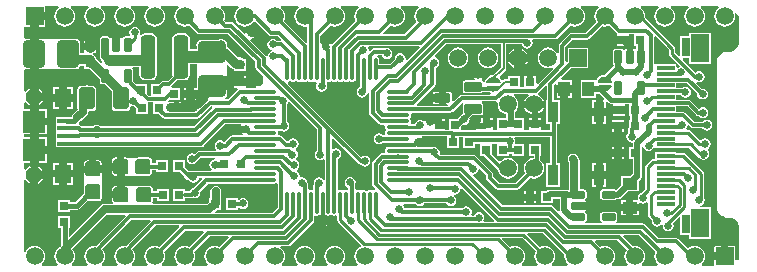
<source format=gtl>
G04 Layer_Physical_Order=1*
G04 Layer_Color=255*
%FSLAX24Y24*%
%MOIN*%
G70*
G01*
G75*
%ADD10C,0.0080*%
%ADD11O,0.0200X0.0150*%
%ADD12R,0.0300X0.0300*%
G04:AMPARAMS|DCode=13|XSize=31.5mil|YSize=59.1mil|CornerRadius=3.9mil|HoleSize=0mil|Usage=FLASHONLY|Rotation=90.000|XOffset=0mil|YOffset=0mil|HoleType=Round|Shape=RoundedRectangle|*
%AMROUNDEDRECTD13*
21,1,0.0315,0.0512,0,0,90.0*
21,1,0.0236,0.0591,0,0,90.0*
1,1,0.0079,0.0256,0.0118*
1,1,0.0079,0.0256,-0.0118*
1,1,0.0079,-0.0256,-0.0118*
1,1,0.0079,-0.0256,0.0118*
%
%ADD13ROUNDEDRECTD13*%
G04:AMPARAMS|DCode=14|XSize=31.5mil|YSize=55.1mil|CornerRadius=3.9mil|HoleSize=0mil|Usage=FLASHONLY|Rotation=90.000|XOffset=0mil|YOffset=0mil|HoleType=Round|Shape=RoundedRectangle|*
%AMROUNDEDRECTD14*
21,1,0.0315,0.0472,0,0,90.0*
21,1,0.0236,0.0551,0,0,90.0*
1,1,0.0079,0.0236,0.0118*
1,1,0.0079,0.0236,-0.0118*
1,1,0.0079,-0.0236,-0.0118*
1,1,0.0079,-0.0236,0.0118*
%
%ADD14ROUNDEDRECTD14*%
%ADD15R,0.0100X0.0100*%
%ADD16O,0.0130X0.0768*%
%ADD17O,0.0768X0.0130*%
%ADD18R,0.0551X0.0630*%
%ADD19R,0.0748X0.0748*%
%ADD20R,0.0650X0.0157*%
G04:AMPARAMS|DCode=21|XSize=23.6mil|YSize=47.2mil|CornerRadius=3mil|HoleSize=0mil|Usage=FLASHONLY|Rotation=180.000|XOffset=0mil|YOffset=0mil|HoleType=Round|Shape=RoundedRectangle|*
%AMROUNDEDRECTD21*
21,1,0.0236,0.0413,0,0,180.0*
21,1,0.0177,0.0472,0,0,180.0*
1,1,0.0059,-0.0089,0.0207*
1,1,0.0059,0.0089,0.0207*
1,1,0.0059,0.0089,-0.0207*
1,1,0.0059,-0.0089,-0.0207*
%
%ADD21ROUNDEDRECTD21*%
G04:AMPARAMS|DCode=22|XSize=90.6mil|YSize=70.9mil|CornerRadius=8.9mil|HoleSize=0mil|Usage=FLASHONLY|Rotation=270.000|XOffset=0mil|YOffset=0mil|HoleType=Round|Shape=RoundedRectangle|*
%AMROUNDEDRECTD22*
21,1,0.0906,0.0532,0,0,270.0*
21,1,0.0728,0.0709,0,0,270.0*
1,1,0.0177,-0.0266,-0.0364*
1,1,0.0177,-0.0266,0.0364*
1,1,0.0177,0.0266,0.0364*
1,1,0.0177,0.0266,-0.0364*
%
%ADD22ROUNDEDRECTD22*%
G04:AMPARAMS|DCode=23|XSize=90.6mil|YSize=70.9mil|CornerRadius=8.9mil|HoleSize=0mil|Usage=FLASHONLY|Rotation=0.000|XOffset=0mil|YOffset=0mil|HoleType=Round|Shape=RoundedRectangle|*
%AMROUNDEDRECTD23*
21,1,0.0906,0.0532,0,0,0.0*
21,1,0.0728,0.0709,0,0,0.0*
1,1,0.0177,0.0364,-0.0266*
1,1,0.0177,-0.0364,-0.0266*
1,1,0.0177,-0.0364,0.0266*
1,1,0.0177,0.0364,0.0266*
%
%ADD23ROUNDEDRECTD23*%
%ADD24R,0.0300X0.0300*%
G04:AMPARAMS|DCode=25|XSize=23.6mil|YSize=47.2mil|CornerRadius=3mil|HoleSize=0mil|Usage=FLASHONLY|Rotation=270.000|XOffset=0mil|YOffset=0mil|HoleType=Round|Shape=RoundedRectangle|*
%AMROUNDEDRECTD25*
21,1,0.0236,0.0413,0,0,270.0*
21,1,0.0177,0.0472,0,0,270.0*
1,1,0.0059,-0.0207,-0.0089*
1,1,0.0059,-0.0207,0.0089*
1,1,0.0059,0.0207,0.0089*
1,1,0.0059,0.0207,-0.0089*
%
%ADD25ROUNDEDRECTD25*%
G04:AMPARAMS|DCode=26|XSize=47.2mil|YSize=145.7mil|CornerRadius=11.8mil|HoleSize=0mil|Usage=FLASHONLY|Rotation=0.000|XOffset=0mil|YOffset=0mil|HoleType=Round|Shape=RoundedRectangle|*
%AMROUNDEDRECTD26*
21,1,0.0472,0.1220,0,0,0.0*
21,1,0.0236,0.1457,0,0,0.0*
1,1,0.0236,0.0118,-0.0610*
1,1,0.0236,-0.0118,-0.0610*
1,1,0.0236,-0.0118,0.0610*
1,1,0.0236,0.0118,0.0610*
%
%ADD26ROUNDEDRECTD26*%
G04:AMPARAMS|DCode=27|XSize=74.8mil|YSize=51.2mil|CornerRadius=6.4mil|HoleSize=0mil|Usage=FLASHONLY|Rotation=90.000|XOffset=0mil|YOffset=0mil|HoleType=Round|Shape=RoundedRectangle|*
%AMROUNDEDRECTD27*
21,1,0.0748,0.0384,0,0,90.0*
21,1,0.0620,0.0512,0,0,90.0*
1,1,0.0128,0.0192,0.0310*
1,1,0.0128,0.0192,-0.0310*
1,1,0.0128,-0.0192,-0.0310*
1,1,0.0128,-0.0192,0.0310*
%
%ADD27ROUNDEDRECTD27*%
G04:AMPARAMS|DCode=28|XSize=50mil|YSize=50mil|CornerRadius=6.3mil|HoleSize=0mil|Usage=FLASHONLY|Rotation=90.000|XOffset=0mil|YOffset=0mil|HoleType=Round|Shape=RoundedRectangle|*
%AMROUNDEDRECTD28*
21,1,0.0500,0.0375,0,0,90.0*
21,1,0.0375,0.0500,0,0,90.0*
1,1,0.0125,0.0188,0.0188*
1,1,0.0125,0.0188,-0.0188*
1,1,0.0125,-0.0188,-0.0188*
1,1,0.0125,-0.0188,0.0188*
%
%ADD28ROUNDEDRECTD28*%
G04:AMPARAMS|DCode=29|XSize=50mil|YSize=50mil|CornerRadius=6.3mil|HoleSize=0mil|Usage=FLASHONLY|Rotation=180.000|XOffset=0mil|YOffset=0mil|HoleType=Round|Shape=RoundedRectangle|*
%AMROUNDEDRECTD29*
21,1,0.0500,0.0375,0,0,180.0*
21,1,0.0375,0.0500,0,0,180.0*
1,1,0.0125,-0.0188,0.0188*
1,1,0.0125,0.0188,0.0188*
1,1,0.0125,0.0188,-0.0188*
1,1,0.0125,-0.0188,-0.0188*
%
%ADD29ROUNDEDRECTD29*%
%ADD30R,0.0354X0.0709*%
%ADD31R,0.0630X0.0945*%
%ADD32R,0.0315X0.0630*%
%ADD33R,0.0630X0.0118*%
%ADD34R,0.0400X0.0500*%
%ADD35R,0.0500X0.0400*%
%ADD36C,0.0120*%
%ADD37C,0.0100*%
%ADD38C,0.0300*%
%ADD39C,0.0200*%
%ADD40C,0.0150*%
%ADD41C,0.0400*%
%ADD42C,0.0250*%
%ADD43C,0.0160*%
%ADD44C,0.0350*%
%ADD45C,0.0551*%
%ADD46C,0.0591*%
%ADD47R,0.0591X0.0591*%
%ADD48C,0.0250*%
%ADD49C,0.0260*%
G36*
X16098Y6756D02*
X15833Y6490D01*
X15769Y6482D01*
X15694Y6451D01*
X15629Y6401D01*
X15579Y6336D01*
X15566Y6304D01*
X15561Y6297D01*
X15561Y6296D01*
X15556Y6273D01*
X15548Y6270D01*
X15506Y6265D01*
X15492Y6287D01*
X15468Y6302D01*
X15462Y6332D01*
X15461Y6358D01*
X15480Y6370D01*
X15483Y6375D01*
X15217D01*
X15220Y6370D01*
X15231Y6363D01*
X15216Y6313D01*
X14916D01*
X14881Y6306D01*
X14851Y6287D01*
X14831Y6257D01*
X14824Y6222D01*
Y5986D01*
X14831Y5951D01*
X14851Y5921D01*
X14881Y5902D01*
X14916Y5895D01*
X15427D01*
X15462Y5902D01*
X15484Y5916D01*
X15684D01*
X15694Y5909D01*
X15759Y5882D01*
X15749Y5832D01*
X14790D01*
X14790Y5832D01*
X14747Y5824D01*
X14711Y5799D01*
X14711Y5799D01*
X14525Y5614D01*
X14475Y5635D01*
Y5848D01*
X14468Y5883D01*
X14449Y5913D01*
X14419Y5932D01*
X14384Y5939D01*
X14273D01*
Y5730D01*
Y5521D01*
X14314D01*
X14341Y5471D01*
X14333Y5459D01*
X13318D01*
X13297Y5509D01*
X13889Y6101D01*
X13889Y6101D01*
X13914Y6137D01*
X13922Y6180D01*
Y6735D01*
X13930Y6737D01*
X13990Y6777D01*
X14030Y6836D01*
X14044Y6906D01*
X14030Y6977D01*
X13990Y7036D01*
X13930Y7076D01*
X13914Y7079D01*
X13900Y7127D01*
X14281Y7508D01*
X16098D01*
Y6756D01*
D02*
G37*
G36*
X16030Y6290D02*
Y6270D01*
X15670D01*
Y6300D01*
X15760Y6390D01*
X15930D01*
X16030Y6290D01*
D02*
G37*
G36*
X10307Y1809D02*
X10352Y1800D01*
X10396Y1809D01*
X10414Y1821D01*
X10450Y1830D01*
X10486Y1821D01*
X10504Y1809D01*
X10548Y1800D01*
X10593Y1809D01*
X10598Y1812D01*
X10648Y1785D01*
Y1650D01*
X10656Y1611D01*
X10678Y1578D01*
X11431Y825D01*
X11420Y766D01*
X11386Y752D01*
X11314Y696D01*
X11258Y624D01*
X11224Y540D01*
X11212Y450D01*
X11224Y360D01*
X11258Y276D01*
X11314Y204D01*
X11332Y190D01*
X11315Y140D01*
X10805D01*
X10788Y190D01*
X10806Y204D01*
X10862Y276D01*
X10896Y360D01*
X10908Y450D01*
X10896Y540D01*
X10862Y624D01*
X10806Y696D01*
X10734Y752D01*
X10650Y786D01*
X10560Y798D01*
X10470Y786D01*
X10386Y752D01*
X10314Y696D01*
X10258Y624D01*
X10224Y540D01*
X10212Y450D01*
X10224Y360D01*
X10258Y276D01*
X10314Y204D01*
X10332Y190D01*
X10315Y140D01*
X9805D01*
X9788Y190D01*
X9806Y204D01*
X9862Y276D01*
X9896Y360D01*
X9908Y450D01*
X9896Y540D01*
X9862Y624D01*
X9806Y696D01*
X9734Y752D01*
X9650Y786D01*
X9560Y798D01*
X9470Y786D01*
X9386Y752D01*
X9314Y696D01*
X9258Y624D01*
X9224Y540D01*
X9212Y450D01*
X9224Y360D01*
X9258Y276D01*
X9314Y204D01*
X9332Y190D01*
X9315Y140D01*
X8805D01*
X8788Y190D01*
X8806Y204D01*
X8862Y276D01*
X8896Y360D01*
X8908Y450D01*
X8896Y540D01*
X8862Y624D01*
X8806Y696D01*
X8752Y738D01*
X8769Y788D01*
X9012D01*
X9012Y788D01*
X9055Y796D01*
X9091Y821D01*
X9839Y1569D01*
X9864Y1605D01*
X9872Y1648D01*
X9872Y1648D01*
Y1776D01*
X9889Y1790D01*
X9922Y1807D01*
X9958Y1800D01*
X10003Y1809D01*
X10041Y1834D01*
X10047D01*
X10052Y1830D01*
X10258Y1824D01*
X10267Y1834D01*
X10269D01*
X10307Y1809D01*
D02*
G37*
G36*
X11291Y6258D02*
X11336Y6249D01*
X11368Y6255D01*
X11418Y6227D01*
Y6091D01*
X11410Y6090D01*
X11350Y6050D01*
X11310Y5990D01*
X11296Y5920D01*
X11310Y5850D01*
X11350Y5790D01*
X11410Y5750D01*
X11480Y5736D01*
X11550Y5750D01*
X11610Y5790D01*
X11650Y5850D01*
X11658Y5891D01*
X11708Y5887D01*
Y5240D01*
X11708Y5240D01*
X11716Y5197D01*
X11741Y5160D01*
X12001Y4900D01*
X12002Y4899D01*
X12031Y4871D01*
X12031Y4871D01*
X12067Y4846D01*
X12110Y4838D01*
X12110Y4838D01*
X12216D01*
X12245Y4788D01*
X12238Y4756D01*
X12247Y4711D01*
X12273Y4673D01*
Y4642D01*
X12247Y4604D01*
X12238Y4559D01*
X12244Y4529D01*
X12214Y4488D01*
X12170Y4489D01*
X12170Y4490D01*
X12110Y4530D01*
X12040Y4544D01*
X11970Y4530D01*
X11910Y4490D01*
X11870Y4430D01*
X11856Y4360D01*
X11870Y4290D01*
X11910Y4230D01*
X11970Y4190D01*
X12040Y4176D01*
X12110Y4190D01*
X12170Y4230D01*
X12171Y4232D01*
X12212Y4234D01*
X12244Y4193D01*
X12238Y4165D01*
X12247Y4121D01*
X12273Y4082D01*
Y4051D01*
X12247Y4013D01*
X12238Y3968D01*
X12245Y3934D01*
X12226Y3899D01*
X12214Y3884D01*
X12152D01*
X12109Y3875D01*
X12072Y3851D01*
X12072Y3851D01*
X11841Y3619D01*
X11816Y3583D01*
X11808Y3540D01*
X11808Y3540D01*
Y2860D01*
X11808Y2860D01*
X11816Y2817D01*
X11841Y2780D01*
X11902Y2719D01*
X11886Y2664D01*
X11882Y2663D01*
X11864Y2651D01*
X11828Y2642D01*
X11792Y2651D01*
X11774Y2663D01*
X11730Y2672D01*
X11685Y2663D01*
X11647Y2638D01*
X11616D01*
X11578Y2663D01*
X11533Y2672D01*
X11488Y2663D01*
X11470Y2651D01*
X11434Y2642D01*
X11399Y2651D01*
X11381Y2663D01*
X11336Y2672D01*
X11301Y2665D01*
X11266Y2684D01*
X11251Y2697D01*
Y2848D01*
X11264Y2910D01*
X11250Y2980D01*
X11210Y3040D01*
X11150Y3080D01*
X11080Y3094D01*
X11010Y3080D01*
X10950Y3040D01*
X10910Y2980D01*
X10896Y2910D01*
X10910Y2840D01*
X10950Y2780D01*
X11010Y2740D01*
X11011Y2740D01*
X11016Y2695D01*
X10976Y2666D01*
X10942Y2672D01*
X10897Y2663D01*
X10879Y2651D01*
X10844Y2642D01*
X10808Y2651D01*
X10790Y2663D01*
X10745Y2672D01*
X10711Y2665D01*
X10676Y2684D01*
X10661Y2697D01*
Y3689D01*
X10670Y3690D01*
X10730Y3730D01*
X10770Y3790D01*
X10784Y3860D01*
X10770Y3930D01*
X10730Y3990D01*
X10670Y4030D01*
X10600Y4044D01*
X10530Y4030D01*
X10514Y4019D01*
X10464Y4046D01*
Y4353D01*
X10510Y4372D01*
X11341Y3541D01*
X11378Y3516D01*
X11418Y3508D01*
X11430Y3490D01*
X11490Y3450D01*
X11560Y3436D01*
X11630Y3450D01*
X11690Y3490D01*
X11730Y3550D01*
X11744Y3620D01*
X11730Y3690D01*
X11690Y3750D01*
X11630Y3790D01*
X11560Y3804D01*
X11490Y3790D01*
X11442Y3757D01*
X8997Y6202D01*
X9013Y6257D01*
X9018Y6258D01*
X9057Y6283D01*
X9088D01*
X9126Y6258D01*
X9170Y6249D01*
X9215Y6258D01*
X9253Y6283D01*
X9284D01*
X9322Y6258D01*
X9367Y6249D01*
X9412Y6258D01*
X9430Y6270D01*
X9466Y6279D01*
X9501Y6270D01*
X9519Y6258D01*
X9564Y6249D01*
X9609Y6258D01*
X9647Y6283D01*
X9678D01*
X9716Y6258D01*
X9761Y6249D01*
X9806Y6258D01*
X9824Y6270D01*
X9859Y6279D01*
X9895Y6270D01*
X9913Y6258D01*
X9933Y6254D01*
X9958Y6202D01*
X9958Y6202D01*
X9950Y6190D01*
X9936Y6120D01*
X9950Y6050D01*
X9990Y5990D01*
X10050Y5950D01*
X10120Y5936D01*
X10190Y5950D01*
X10250Y5990D01*
X10290Y6050D01*
X10304Y6120D01*
X10290Y6190D01*
X10289Y6191D01*
X10309Y6251D01*
X10317Y6256D01*
X10352Y6249D01*
X10396Y6258D01*
X10414Y6270D01*
X10450Y6279D01*
X10486Y6270D01*
X10504Y6258D01*
X10548Y6249D01*
X10593Y6258D01*
X10631Y6283D01*
X10662D01*
X10700Y6258D01*
X10745Y6249D01*
X10790Y6258D01*
X10828Y6283D01*
X10859D01*
X10897Y6258D01*
X10942Y6249D01*
X10987Y6258D01*
X11025Y6283D01*
X11056D01*
X11094Y6258D01*
X11139Y6249D01*
X11184Y6258D01*
X11222Y6283D01*
X11253D01*
X11291Y6258D01*
D02*
G37*
G36*
X21708Y7328D02*
Y7200D01*
X21716Y7161D01*
X21738Y7128D01*
X22065Y6801D01*
X22051Y6753D01*
X22034Y6750D01*
X22001Y6727D01*
X21951Y6754D01*
Y6843D01*
X21221D01*
X21212Y6889D01*
Y7753D01*
X21262Y7774D01*
X21708Y7328D01*
D02*
G37*
G36*
X4423Y1622D02*
X3595Y794D01*
X3560Y798D01*
X3470Y786D01*
X3386Y752D01*
X3314Y696D01*
X3258Y624D01*
X3224Y540D01*
X3212Y450D01*
X3224Y360D01*
X3258Y276D01*
X3314Y204D01*
X3332Y190D01*
X3315Y140D01*
X2805D01*
X2788Y190D01*
X2806Y204D01*
X2862Y276D01*
X2896Y360D01*
X2908Y450D01*
X2896Y540D01*
X2862Y624D01*
X2810Y691D01*
X3786Y1668D01*
X4404D01*
X4423Y1622D01*
D02*
G37*
G36*
X19740Y6310D02*
Y6280D01*
X19380D01*
Y6300D01*
X19480Y6400D01*
X19650D01*
X19740Y6310D01*
D02*
G37*
G36*
X3592Y1790D02*
X2595Y794D01*
X2560Y798D01*
X2470Y786D01*
X2386Y752D01*
X2314Y696D01*
X2258Y624D01*
X2224Y540D01*
X2212Y450D01*
X2224Y360D01*
X2258Y276D01*
X2314Y204D01*
X2332Y190D01*
X2315Y140D01*
X1805D01*
X1788Y190D01*
X1806Y204D01*
X1862Y276D01*
X1896Y360D01*
X1908Y450D01*
X1896Y540D01*
X1862Y624D01*
X1816Y684D01*
X2969Y1837D01*
X3573D01*
X3592Y1790D01*
D02*
G37*
G36*
X5960Y6490D02*
X5960Y6490D01*
X5960D01*
X5966Y6440D01*
X5965Y6439D01*
X5955Y6385D01*
Y6104D01*
X5940Y6060D01*
X5905Y6060D01*
X5865D01*
Y5860D01*
X5740D01*
Y5735D01*
X5540D01*
Y5660D01*
X5940D01*
Y5747D01*
X5990Y5762D01*
X5996Y5753D01*
X6042Y5723D01*
X6096Y5712D01*
X6325D01*
X6340Y5662D01*
X6321Y5649D01*
X6321Y5649D01*
X6070Y5399D01*
X6033Y5416D01*
X6023Y5422D01*
X6010Y5490D01*
X5970Y5550D01*
X5910Y5590D01*
X5840Y5604D01*
X5770Y5590D01*
X5710Y5550D01*
X5678Y5501D01*
X5661Y5497D01*
X5639D01*
X5622Y5501D01*
X5590Y5550D01*
X5530Y5590D01*
X5460Y5604D01*
X5390Y5590D01*
X5330Y5550D01*
X5310Y5520D01*
X5250D01*
X5230Y5550D01*
X5170Y5590D01*
X5100Y5604D01*
X5038Y5591D01*
X5018Y5611D01*
X5007Y5632D01*
X5031Y5660D01*
X5390D01*
Y6060D01*
X5133D01*
X5118Y6110D01*
X5119Y6111D01*
X5327Y6318D01*
X5559D01*
X5625Y6331D01*
X5680Y6369D01*
X5718Y6424D01*
X5731Y6490D01*
Y6845D01*
X5960D01*
Y6490D01*
D02*
G37*
G36*
X15996Y5570D02*
X15989Y5513D01*
X16001Y5423D01*
X16035Y5339D01*
X16091Y5267D01*
X16163Y5211D01*
X16247Y5177D01*
X16267Y5174D01*
Y5070D01*
X15970D01*
Y4670D01*
X15932Y4642D01*
X15858D01*
X15820Y4670D01*
X15820Y4692D01*
Y4745D01*
X15620D01*
Y4870D01*
X15495D01*
Y5070D01*
X15420D01*
Y4910D01*
X15370Y4894D01*
X15360Y4910D01*
X15355Y4913D01*
Y4780D01*
X15230D01*
Y4655D01*
X15052D01*
X15045Y4642D01*
X14770D01*
Y4784D01*
X14822Y4836D01*
X14870Y4826D01*
X14940Y4840D01*
X15000Y4880D01*
X15040Y4940D01*
X15054Y5010D01*
X15046Y5050D01*
X15143Y5147D01*
X15427D01*
X15462Y5154D01*
X15492Y5173D01*
X15512Y5203D01*
X15519Y5238D01*
Y5474D01*
X15512Y5509D01*
X15492Y5539D01*
X15462Y5558D01*
X15469Y5608D01*
X15940D01*
X15940Y5608D01*
X15951Y5610D01*
X15996Y5570D01*
D02*
G37*
G36*
X9968Y4674D02*
Y3972D01*
X9950Y3960D01*
X9910Y3900D01*
X9896Y3830D01*
X9910Y3760D01*
X9950Y3700D01*
X10010Y3660D01*
X10080Y3646D01*
X10150Y3660D01*
X10189Y3687D01*
X10239Y3661D01*
Y3016D01*
X10189Y3000D01*
X10170Y3030D01*
X10110Y3070D01*
X10040Y3084D01*
X9970Y3070D01*
X9910Y3030D01*
X9870Y2970D01*
X9856Y2900D01*
X9862Y2872D01*
X9854Y2861D01*
X9846Y2818D01*
X9846Y2818D01*
Y2697D01*
X9831Y2684D01*
X9796Y2665D01*
X9761Y2672D01*
X9726Y2665D01*
X9691Y2684D01*
X9676Y2697D01*
Y2846D01*
X9668Y2889D01*
X9643Y2925D01*
X9643Y2925D01*
X9637Y2931D01*
X9630Y2970D01*
X9590Y3030D01*
X9530Y3070D01*
X9460Y3084D01*
X9434Y3078D01*
X9392Y3121D01*
X9394Y3130D01*
X9380Y3200D01*
X9340Y3260D01*
X9312Y3278D01*
Y3338D01*
X9330Y3350D01*
X9370Y3410D01*
X9384Y3480D01*
X9370Y3550D01*
X9330Y3610D01*
X9275Y3647D01*
X9269Y3671D01*
X9266Y3701D01*
X9280Y3710D01*
X9320Y3770D01*
X9334Y3840D01*
X9320Y3910D01*
X9280Y3970D01*
X9256Y3986D01*
X9255Y3988D01*
X9260Y4043D01*
X9300Y4070D01*
X9340Y4130D01*
X9354Y4200D01*
X9340Y4270D01*
X9300Y4330D01*
X9240Y4370D01*
X9170Y4384D01*
X9100Y4370D01*
X9040Y4330D01*
X9020Y4299D01*
X8964Y4295D01*
X8817Y4442D01*
X8781Y4466D01*
X8738Y4474D01*
X8738Y4474D01*
X8686D01*
X8674Y4489D01*
X8655Y4524D01*
X8662Y4559D01*
X8656Y4590D01*
X8684Y4640D01*
X8761D01*
X8790Y4620D01*
X8860Y4606D01*
X8930Y4620D01*
X8990Y4660D01*
X9030Y4720D01*
X9044Y4790D01*
X9030Y4860D01*
X8990Y4920D01*
X8974Y4930D01*
Y5517D01*
X8990Y5540D01*
X8996Y5574D01*
X9051Y5591D01*
X9968Y4674D01*
D02*
G37*
G36*
X14842Y5592D02*
X14852Y5539D01*
X14851Y5539D01*
X14831Y5509D01*
X14824Y5474D01*
Y5238D01*
X14831Y5203D01*
X14800Y5180D01*
X14740Y5140D01*
X14700Y5080D01*
X14699Y5074D01*
X14655Y5030D01*
X14370D01*
Y4671D01*
X14220D01*
Y4705D01*
X14020D01*
Y4830D01*
X13895D01*
Y5030D01*
X13876D01*
X13870Y5040D01*
X13865Y5043D01*
Y4910D01*
X13615D01*
Y5043D01*
X13610Y5040D01*
X13570Y4980D01*
X13566Y4960D01*
X13546Y4951D01*
X13512Y4945D01*
X13460Y4980D01*
X13390Y4994D01*
X13320Y4980D01*
X13260Y4940D01*
X13220Y4880D01*
X13215Y4852D01*
X13124D01*
X13098Y4902D01*
X13102Y4908D01*
X13111Y4953D01*
X13102Y4998D01*
X13076Y5036D01*
Y5067D01*
X13102Y5105D01*
X13111Y5150D01*
X13104Y5184D01*
X13122Y5219D01*
X13135Y5234D01*
X14416D01*
X14416Y5234D01*
X14459Y5243D01*
X14496Y5267D01*
X14825Y5596D01*
X14842Y5592D01*
D02*
G37*
G36*
X16030Y6070D02*
X15930Y5970D01*
X15760D01*
X15670Y6060D01*
Y6090D01*
X16030D01*
Y6070D01*
D02*
G37*
G36*
X19740D02*
X19650Y5980D01*
X19480D01*
X19380Y6080D01*
Y6100D01*
X19740D01*
Y6070D01*
D02*
G37*
G36*
X17638Y6119D02*
Y5664D01*
X17615D01*
Y4856D01*
X17748D01*
Y4642D01*
X17458D01*
X17420Y4670D01*
X17420Y4692D01*
Y4745D01*
X17020D01*
Y4692D01*
X17020Y4670D01*
X16982Y4642D01*
X16908D01*
X16870Y4670D01*
Y5070D01*
X16573D01*
Y5259D01*
X16583Y5267D01*
X16639Y5339D01*
X16673Y5423D01*
X16685Y5513D01*
X16673Y5603D01*
X16639Y5687D01*
X16583Y5759D01*
X16520Y5808D01*
X16526Y5843D01*
X16533Y5858D01*
X17007D01*
X17014Y5843D01*
X17020Y5808D01*
X16957Y5759D01*
X16901Y5687D01*
X16881Y5638D01*
X17525D01*
X17505Y5687D01*
X17449Y5759D01*
X17377Y5815D01*
X17339Y5830D01*
X17334Y5887D01*
X17339Y5891D01*
X17588Y6139D01*
X17638Y6119D01*
D02*
G37*
G36*
X15863Y1638D02*
X15844Y1592D01*
X15538D01*
X15511Y1642D01*
X15530Y1670D01*
X15544Y1740D01*
X15530Y1810D01*
X15490Y1870D01*
X15430Y1910D01*
X15360Y1924D01*
X15290Y1910D01*
X15230Y1870D01*
X15190Y1810D01*
X15189Y1802D01*
X15134D01*
X15111Y1846D01*
X15120Y1860D01*
X15134Y1930D01*
X15120Y2000D01*
X15080Y2060D01*
X15020Y2100D01*
X14950Y2114D01*
X14880Y2100D01*
X14820Y2060D01*
X14808Y2042D01*
X12873D01*
X12860Y2110D01*
X12834Y2148D01*
X12861Y2198D01*
X13234D01*
X13251Y2181D01*
X13287Y2156D01*
X13300Y2154D01*
X13320Y2140D01*
X13390Y2126D01*
X13460Y2140D01*
X13520Y2180D01*
X13538Y2208D01*
X14282D01*
X14300Y2180D01*
X14360Y2140D01*
X14430Y2126D01*
X14500Y2140D01*
X14560Y2180D01*
X14600Y2240D01*
X14614Y2310D01*
X14600Y2380D01*
X14560Y2440D01*
X14526Y2462D01*
X14546Y2509D01*
X14560Y2506D01*
X14630Y2520D01*
X14690Y2560D01*
X14730Y2620D01*
X14743Y2688D01*
X14753Y2694D01*
X14790Y2711D01*
X15863Y1638D01*
D02*
G37*
G36*
X7358Y8730D02*
X7314Y8696D01*
X7258Y8624D01*
X7224Y8540D01*
X7212Y8450D01*
X7224Y8360D01*
X7258Y8276D01*
X7314Y8204D01*
X7386Y8148D01*
X7470Y8114D01*
X7560Y8102D01*
X7650Y8114D01*
X7734Y8148D01*
X7806Y8204D01*
X7850Y8261D01*
X7909Y8273D01*
X8371Y7811D01*
X8371Y7811D01*
X8407Y7786D01*
X8450Y7778D01*
X8450Y7778D01*
X8654D01*
X8759Y7672D01*
X8739Y7622D01*
X8642D01*
X8630Y7640D01*
X8570Y7680D01*
X8500Y7694D01*
X8430Y7680D01*
X8370Y7640D01*
X8330Y7580D01*
X8316Y7510D01*
X8330Y7440D01*
X8370Y7380D01*
X8430Y7340D01*
X8460Y7334D01*
Y7284D01*
X8440Y7280D01*
X8380Y7240D01*
X8340Y7180D01*
X8332Y7140D01*
X8279Y7130D01*
X8279Y7130D01*
X8279Y7130D01*
X7749Y7660D01*
X7765Y7696D01*
X7773Y7707D01*
X7840Y7720D01*
X7900Y7760D01*
X7903Y7765D01*
X7770D01*
Y7890D01*
X7645D01*
Y8023D01*
X7640Y8020D01*
X7600Y7960D01*
X7587Y7893D01*
X7576Y7885D01*
X7540Y7869D01*
X7190Y8219D01*
X7153Y8244D01*
X7110Y8252D01*
X7110Y8252D01*
X6947D01*
X6880Y8319D01*
X6896Y8360D01*
X6908Y8450D01*
X6896Y8540D01*
X6862Y8624D01*
X6806Y8696D01*
X6762Y8730D01*
X6779Y8780D01*
X7341D01*
X7358Y8730D01*
D02*
G37*
G36*
X18217Y490D02*
X18212Y450D01*
X18224Y360D01*
X18258Y276D01*
X18314Y204D01*
X18332Y190D01*
X18315Y140D01*
X17805D01*
X17788Y190D01*
X17806Y204D01*
X17862Y276D01*
X17896Y360D01*
X17908Y450D01*
X17896Y540D01*
X17862Y624D01*
X17806Y696D01*
X17734Y752D01*
X17650Y786D01*
X17560Y798D01*
X17470Y786D01*
X17398Y756D01*
X16982Y1172D01*
X17001Y1218D01*
X17489D01*
X18217Y490D01*
D02*
G37*
G36*
X9358Y8730D02*
X9314Y8696D01*
X9258Y8624D01*
X9224Y8540D01*
X9212Y8450D01*
X9224Y8360D01*
X9258Y8276D01*
X9314Y8204D01*
X9386Y8148D01*
X9470Y8114D01*
X9560Y8102D01*
X9611Y8109D01*
X9649Y8076D01*
Y7590D01*
X9599Y7570D01*
X8871Y8298D01*
X8896Y8360D01*
X8908Y8450D01*
X8896Y8540D01*
X8862Y8624D01*
X8806Y8696D01*
X8762Y8730D01*
X8779Y8780D01*
X9341D01*
X9358Y8730D01*
D02*
G37*
G36*
X21249Y602D02*
X21224Y540D01*
X21212Y450D01*
X21224Y360D01*
X21258Y276D01*
X21314Y204D01*
X21332Y190D01*
X21315Y140D01*
X20805D01*
X20788Y190D01*
X20806Y204D01*
X20862Y276D01*
X20896Y360D01*
X20908Y450D01*
X20896Y540D01*
X20862Y624D01*
X20806Y696D01*
X20734Y752D01*
X20650Y786D01*
X20560Y798D01*
X20490Y789D01*
X20177Y1102D01*
X20196Y1148D01*
X20704D01*
X21249Y602D01*
D02*
G37*
G36*
X20293Y669D02*
X20258Y624D01*
X20224Y540D01*
X20212Y450D01*
X20224Y360D01*
X20258Y276D01*
X20314Y204D01*
X20332Y190D01*
X20315Y140D01*
X19805D01*
X19788Y190D01*
X19806Y204D01*
X19862Y276D01*
X19896Y360D01*
X19908Y450D01*
X19896Y540D01*
X19862Y624D01*
X19806Y696D01*
X19734Y752D01*
X19650Y786D01*
X19560Y798D01*
X19470Y786D01*
X19408Y761D01*
X19237Y932D01*
X19256Y978D01*
X19984D01*
X20293Y669D01*
D02*
G37*
G36*
X5358Y8730D02*
X5314Y8696D01*
X5258Y8624D01*
X5224Y8540D01*
X5212Y8450D01*
X5224Y8360D01*
X5258Y8276D01*
X5314Y8204D01*
X5386Y8148D01*
X5470Y8114D01*
X5560Y8102D01*
X5650Y8114D01*
X5712Y8139D01*
X5961Y7891D01*
X5961Y7891D01*
X5997Y7866D01*
X6040Y7858D01*
X6040Y7858D01*
X6994D01*
X7918Y6934D01*
Y6770D01*
X7918Y6770D01*
X7926Y6727D01*
X7951Y6691D01*
X8185Y6456D01*
X8175Y6444D01*
Y6270D01*
X8050D01*
Y6145D01*
X7917D01*
X7920Y6140D01*
X7934Y6131D01*
X7945Y6064D01*
X7937Y6054D01*
X7907D01*
X7881Y6049D01*
X7656D01*
X7610Y6060D01*
X7610Y6099D01*
Y6135D01*
X7210D01*
Y6060D01*
X7303D01*
X7317Y6036D01*
X7321Y6010D01*
X6994Y5682D01*
X6907D01*
X6892Y5732D01*
X6924Y5753D01*
X6955Y5799D01*
X6965Y5853D01*
Y5994D01*
X6460D01*
Y6244D01*
X6965D01*
Y6385D01*
X6955Y6439D01*
X6954Y6440D01*
X6960Y6490D01*
X6960D01*
X6960Y6490D01*
Y6816D01*
X7006Y6835D01*
X7116Y6726D01*
X7182Y6682D01*
X7210Y6676D01*
Y6610D01*
X7610D01*
Y7010D01*
X7537D01*
X7534Y7014D01*
X7468Y7058D01*
X7390Y7074D01*
X7344D01*
X7023Y7395D01*
X6965Y7434D01*
Y7527D01*
X6955Y7581D01*
X6924Y7627D01*
X6878Y7657D01*
X6874Y7658D01*
X6840Y7680D01*
X6770Y7694D01*
X6700Y7680D01*
X6681Y7668D01*
X6163D01*
X6130Y7674D01*
X6097Y7668D01*
X6096D01*
X6042Y7657D01*
X5996Y7627D01*
X5965Y7581D01*
X5962Y7563D01*
X5960Y7561D01*
X5946Y7491D01*
X5955Y7450D01*
Y7355D01*
X5731D01*
Y7710D01*
X5718Y7776D01*
X5680Y7831D01*
X5625Y7869D01*
X5559Y7882D01*
X5323D01*
X5257Y7869D01*
X5202Y7831D01*
X5165Y7776D01*
X5152Y7710D01*
Y6490D01*
X5157Y6465D01*
X4994Y6302D01*
X4850D01*
X4850Y6302D01*
X4807Y6294D01*
X4771Y6269D01*
X4771Y6269D01*
X4691Y6190D01*
X4450D01*
Y5802D01*
X4366D01*
X4300Y5869D01*
Y6190D01*
X3939D01*
X3824Y6305D01*
Y6675D01*
X3818Y6706D01*
X3808Y6721D01*
X3822Y6761D01*
X3830Y6771D01*
X4049D01*
Y6490D01*
X4062Y6424D01*
X4100Y6369D01*
X4155Y6331D01*
X4221Y6318D01*
X4457D01*
X4523Y6331D01*
X4578Y6369D01*
X4615Y6424D01*
X4628Y6490D01*
Y7710D01*
X4615Y7776D01*
X4578Y7831D01*
X4523Y7869D01*
X4457Y7882D01*
X4221D01*
X4155Y7869D01*
X4110Y7839D01*
X4070Y7858D01*
X4064Y7863D01*
X4074Y7910D01*
X4060Y7980D01*
X4020Y8040D01*
X3960Y8080D01*
X3890Y8094D01*
X3820Y8080D01*
X3760Y8040D01*
X3720Y7980D01*
X3706Y7910D01*
X3720Y7840D01*
X3727Y7830D01*
X3701Y7780D01*
X3565D01*
X3534Y7773D01*
X3508Y7756D01*
X3494Y7734D01*
X3467Y7732D01*
X3440Y7734D01*
X3426Y7756D01*
X3405Y7770D01*
Y7492D01*
X3155D01*
Y7770D01*
X3134Y7756D01*
X3120Y7734D01*
X3093Y7732D01*
X3066Y7734D01*
X3052Y7756D01*
X3026Y7773D01*
X2995Y7780D01*
X2817D01*
X2786Y7773D01*
X2760Y7756D01*
X2742Y7730D01*
X2736Y7699D01*
Y7536D01*
X2728Y7492D01*
Y7124D01*
X2741Y7056D01*
X2780Y6998D01*
X2806Y6971D01*
X2818Y6912D01*
X2820Y6909D01*
X2782Y6877D01*
X2624Y7034D01*
X2590Y7057D01*
Y7090D01*
X2577D01*
X2534Y7154D01*
X2481Y7190D01*
X2496Y7240D01*
X2590D01*
Y7315D01*
X2190D01*
Y7264D01*
X2190Y7240D01*
X2151Y7214D01*
X2078D01*
Y7564D01*
X2067Y7618D01*
X2037Y7664D01*
X1991Y7695D01*
X1937Y7705D01*
X1405D01*
X1351Y7695D01*
X1350Y7694D01*
X1300Y7700D01*
Y7700D01*
X1300Y7700D01*
X900D01*
X900Y7700D01*
Y7700D01*
X850Y7694D01*
X849Y7695D01*
X795Y7705D01*
X654D01*
Y7200D01*
Y6695D01*
X795D01*
X849Y6705D01*
X850Y6706D01*
X900Y6700D01*
Y6700D01*
X900Y6700D01*
X1300D01*
X1300Y6700D01*
Y6700D01*
X1350Y6706D01*
X1351Y6705D01*
X1405Y6695D01*
X1937D01*
X1991Y6705D01*
X2037Y6736D01*
X2067Y6782D01*
X2072Y6806D01*
X2190D01*
Y6690D01*
X2370D01*
X2390Y6686D01*
X2396D01*
X2736Y6345D01*
Y6262D01*
X2742Y6230D01*
X2760Y6204D01*
X2786Y6187D01*
X2817Y6180D01*
X2891D01*
X3123Y5949D01*
Y5400D01*
X3132Y5355D01*
X3157Y5318D01*
X3194Y5293D01*
X3239Y5284D01*
X3623D01*
X3667Y5293D01*
X3705Y5318D01*
X3730Y5355D01*
X3739Y5400D01*
Y5432D01*
X3789Y5459D01*
X3850Y5446D01*
X3871Y5451D01*
X3950Y5371D01*
Y5190D01*
X4350D01*
Y5578D01*
X4500D01*
Y5190D01*
X4691D01*
X4811Y5071D01*
X4811Y5071D01*
X4847Y5046D01*
X4890Y5038D01*
X5980D01*
X5980Y5038D01*
X6023Y5046D01*
X6059Y5071D01*
X6434Y5445D01*
X6437Y5446D01*
X6459Y5441D01*
X6475Y5387D01*
X5871Y4782D01*
X2747D01*
X2735Y4800D01*
X2694Y4828D01*
X2645Y4837D01*
X2595D01*
X2546Y4828D01*
X2505Y4800D01*
X2493Y4782D01*
X2120D01*
X2106Y4796D01*
X2070Y4820D01*
X2048Y4824D01*
X2028Y4876D01*
X2047Y4915D01*
X2048Y4915D01*
X2106Y4954D01*
X2296Y5144D01*
X2296Y5144D01*
X2335Y5202D01*
X2348Y5270D01*
X2395Y5284D01*
X2481D01*
X2526Y5293D01*
X2563Y5318D01*
X2588Y5355D01*
X2597Y5400D01*
Y6020D01*
X2588Y6065D01*
X2563Y6102D01*
X2526Y6127D01*
X2481Y6136D01*
X2371D01*
X2368Y6138D01*
X2290Y6154D01*
X2212Y6138D01*
X2209Y6136D01*
X2097D01*
X2053Y6127D01*
X2015Y6102D01*
X1990Y6065D01*
X1981Y6020D01*
Y5400D01*
X1990Y5355D01*
X1992Y5353D01*
Y5344D01*
X1854Y5206D01*
X1815Y5148D01*
X1807Y5105D01*
X1642D01*
X1623Y5101D01*
X1267D01*
Y4844D01*
Y4588D01*
Y4332D01*
Y4076D01*
Y4074D01*
X2017D01*
Y4093D01*
X6115D01*
X6115Y4093D01*
X6158Y4101D01*
X6194Y4125D01*
X6909Y4841D01*
X7423D01*
X7440Y4805D01*
X7590D01*
Y4555D01*
X7457D01*
X7460Y4550D01*
X7499Y4524D01*
X7484Y4474D01*
X7142D01*
X7099Y4466D01*
X7063Y4442D01*
X7063Y4442D01*
X6889Y4268D01*
X6870Y4270D01*
X6810Y4310D01*
X6740Y4324D01*
X6670Y4310D01*
X6610Y4270D01*
X6570Y4210D01*
X6556Y4140D01*
X6570Y4070D01*
X6609Y4012D01*
X6607Y4001D01*
X6592Y3962D01*
X6050D01*
X6050Y3962D01*
X6007Y3954D01*
X5971Y3929D01*
X5899Y3857D01*
X5880Y3870D01*
X5810Y3884D01*
X5740Y3870D01*
X5680Y3830D01*
X5640Y3770D01*
X5626Y3700D01*
X5640Y3630D01*
X5680Y3570D01*
X5740Y3530D01*
X5810Y3516D01*
X5880Y3530D01*
X5940Y3570D01*
X5969Y3614D01*
X5979Y3621D01*
X6096Y3738D01*
X6559D01*
X6564Y3688D01*
X6531Y3681D01*
X6503Y3662D01*
X6490Y3660D01*
X6430Y3620D01*
X6390Y3560D01*
X6376Y3490D01*
X6390Y3420D01*
X6430Y3360D01*
X6456Y3343D01*
X6440Y3293D01*
X5675D01*
X5560Y3409D01*
Y3650D01*
X5160D01*
Y3250D01*
X5401D01*
X5550Y3102D01*
X5550Y3102D01*
X5651Y3001D01*
X5651Y3001D01*
X5687Y2976D01*
X5705Y2973D01*
X5720Y2950D01*
X5780Y2910D01*
X5850Y2896D01*
X5920Y2910D01*
X5980Y2950D01*
X6020Y3010D01*
X6031Y3069D01*
X6140D01*
X6160Y3019D01*
X5884Y2742D01*
X5820Y2730D01*
X5760Y2690D01*
X5720Y2630D01*
X5717Y2612D01*
X5580D01*
Y2700D01*
X5180D01*
Y2300D01*
X5580D01*
Y2388D01*
X5800D01*
X5818Y2391D01*
X5820Y2390D01*
X5890Y2376D01*
X5960Y2390D01*
X6020Y2430D01*
X6060Y2490D01*
X6074Y2560D01*
X6064Y2606D01*
X6331Y2872D01*
X7881D01*
X7907Y2867D01*
X8544D01*
X8589Y2876D01*
X8608Y2888D01*
X8658Y2864D01*
Y2076D01*
X8474Y1892D01*
X6580D01*
X6561Y1938D01*
X6622Y2000D01*
X6770D01*
Y2400D01*
X6768D01*
Y2584D01*
X6774Y2610D01*
X6760Y2680D01*
X6720Y2740D01*
X6660Y2780D01*
X6590Y2794D01*
X6520Y2780D01*
X6460Y2740D01*
X6420Y2680D01*
X6406Y2610D01*
X6412Y2584D01*
Y2400D01*
X6370D01*
Y2252D01*
X6311Y2193D01*
X4494D01*
X4487Y2202D01*
X4472Y2243D01*
X4488Y2269D01*
X4497Y2313D01*
Y2388D01*
X4630D01*
Y2300D01*
X5030D01*
Y2700D01*
X4630D01*
Y2612D01*
X4497D01*
Y2688D01*
X4488Y2731D01*
X4464Y2769D01*
X4426Y2793D01*
X4383Y2802D01*
X4008D01*
X3975Y2796D01*
X3970Y2800D01*
Y2800D01*
X3670D01*
Y2800D01*
X3665Y2796D01*
X3632Y2802D01*
X3570D01*
Y2500D01*
X3445D01*
Y2375D01*
X3143D01*
Y2313D01*
X3152Y2269D01*
X3168Y2243D01*
X3153Y2202D01*
X3146Y2193D01*
X2895D01*
X2827Y2180D01*
X2769Y2141D01*
X1734Y1106D01*
X1687Y1125D01*
Y1380D01*
X1750D01*
Y1780D01*
X1350D01*
Y1380D01*
X1433D01*
Y804D01*
X1402Y758D01*
X1386Y752D01*
X1314Y696D01*
X1258Y624D01*
X1224Y540D01*
X1212Y450D01*
X1224Y360D01*
X1258Y276D01*
X1314Y204D01*
X1332Y190D01*
X1315Y140D01*
X805D01*
X788Y190D01*
X806Y204D01*
X862Y276D01*
X896Y360D01*
X908Y450D01*
X896Y540D01*
X862Y624D01*
X806Y696D01*
X734Y752D01*
X650Y786D01*
X560Y798D01*
X470Y786D01*
X386Y752D01*
X314Y696D01*
X258Y624D01*
X250Y605D01*
X200Y615D01*
X203Y2974D01*
X212Y2979D01*
X253Y2987D01*
X298Y2929D01*
X366Y2877D01*
X405Y2861D01*
Y3161D01*
X530D01*
Y3286D01*
X831D01*
X814Y3326D01*
X762Y3394D01*
X694Y3446D01*
X615Y3479D01*
X530Y3490D01*
X445Y3479D01*
X366Y3446D01*
X298Y3394D01*
X254Y3336D01*
X209Y3346D01*
X204Y3349D01*
X204Y3564D01*
X954D01*
Y3863D01*
X530D01*
Y4113D01*
X954D01*
Y4412D01*
X240D01*
X205Y4448D01*
X205Y4509D01*
X954D01*
Y4808D01*
X530D01*
Y5058D01*
X954D01*
Y5357D01*
X241D01*
X206Y5392D01*
X206Y5565D01*
X256Y5582D01*
X298Y5528D01*
X366Y5475D01*
X445Y5443D01*
X530Y5431D01*
X615Y5443D01*
X694Y5475D01*
X762Y5528D01*
X814Y5596D01*
X831Y5635D01*
X530D01*
Y5760D01*
X405D01*
Y6060D01*
X366Y6044D01*
X298Y5992D01*
X257Y5938D01*
X207Y5955D01*
X207Y6655D01*
X258Y6696D01*
X263Y6695D01*
X404D01*
Y7200D01*
Y7705D01*
X263D01*
X259Y7705D01*
X209Y7746D01*
X209Y8057D01*
X215Y8105D01*
X435D01*
Y8450D01*
X560D01*
Y8575D01*
X905D01*
Y8780D01*
X1341D01*
X1358Y8730D01*
X1314Y8696D01*
X1258Y8624D01*
X1224Y8540D01*
X1212Y8450D01*
X1224Y8360D01*
X1258Y8276D01*
X1314Y8204D01*
X1386Y8148D01*
X1470Y8114D01*
X1560Y8102D01*
X1650Y8114D01*
X1734Y8148D01*
X1806Y8204D01*
X1862Y8276D01*
X1896Y8360D01*
X1908Y8450D01*
X1896Y8540D01*
X1862Y8624D01*
X1806Y8696D01*
X1762Y8730D01*
X1779Y8780D01*
X2341D01*
X2358Y8730D01*
X2314Y8696D01*
X2258Y8624D01*
X2224Y8540D01*
X2212Y8450D01*
X2224Y8360D01*
X2258Y8276D01*
X2314Y8204D01*
X2386Y8148D01*
X2470Y8114D01*
X2560Y8102D01*
X2650Y8114D01*
X2734Y8148D01*
X2806Y8204D01*
X2862Y8276D01*
X2896Y8360D01*
X2908Y8450D01*
X2896Y8540D01*
X2862Y8624D01*
X2806Y8696D01*
X2762Y8730D01*
X2779Y8780D01*
X3341D01*
X3358Y8730D01*
X3314Y8696D01*
X3258Y8624D01*
X3224Y8540D01*
X3212Y8450D01*
X3224Y8360D01*
X3258Y8276D01*
X3314Y8204D01*
X3386Y8148D01*
X3470Y8114D01*
X3560Y8102D01*
X3650Y8114D01*
X3734Y8148D01*
X3806Y8204D01*
X3862Y8276D01*
X3896Y8360D01*
X3908Y8450D01*
X3896Y8540D01*
X3862Y8624D01*
X3806Y8696D01*
X3762Y8730D01*
X3779Y8780D01*
X4341D01*
X4358Y8730D01*
X4314Y8696D01*
X4258Y8624D01*
X4224Y8540D01*
X4212Y8450D01*
X4224Y8360D01*
X4258Y8276D01*
X4314Y8204D01*
X4386Y8148D01*
X4470Y8114D01*
X4560Y8102D01*
X4650Y8114D01*
X4734Y8148D01*
X4806Y8204D01*
X4862Y8276D01*
X4896Y8360D01*
X4908Y8450D01*
X4896Y8540D01*
X4862Y8624D01*
X4806Y8696D01*
X4762Y8730D01*
X4779Y8780D01*
X5341D01*
X5358Y8730D01*
D02*
G37*
G36*
X23358D02*
X23314Y8696D01*
X23258Y8624D01*
X23224Y8540D01*
X23212Y8450D01*
X23224Y8360D01*
X23258Y8276D01*
X23314Y8204D01*
X23386Y8148D01*
X23470Y8114D01*
X23560Y8102D01*
X23650Y8114D01*
X23734Y8148D01*
X23806Y8204D01*
X23862Y8276D01*
X23896Y8360D01*
X23908Y8450D01*
X23897Y8532D01*
X23916Y8548D01*
X23943Y8557D01*
X24040Y8460D01*
Y7540D01*
X24004Y7454D01*
X23856Y7306D01*
X23830Y7295D01*
X23730Y7270D01*
X23700Y7261D01*
X23680Y7258D01*
X23630Y7258D01*
Y7258D01*
X23543Y7246D01*
X23461Y7213D01*
X23391Y7159D01*
X23337Y7089D01*
X23304Y7007D01*
X23292Y6920D01*
X23294D01*
Y2129D01*
X23297Y2114D01*
X23309Y2023D01*
X23349Y1924D01*
X23414Y1840D01*
X23499Y1775D01*
X23597Y1734D01*
X23703Y1720D01*
Y1720D01*
X23705Y1721D01*
X23795Y1710D01*
X23880Y1674D01*
X23953Y1618D01*
X24009Y1545D01*
X24040Y1470D01*
X24040Y1470D01*
X24040Y340D01*
X23910D01*
X23905Y388D01*
Y795D01*
X23685D01*
Y450D01*
X23560D01*
Y325D01*
X23215D01*
Y140D01*
X22805D01*
X22788Y190D01*
X22806Y204D01*
X22862Y276D01*
X22896Y360D01*
X22908Y450D01*
X22896Y540D01*
X22862Y624D01*
X22806Y696D01*
X22734Y752D01*
X22650Y786D01*
X22560Y798D01*
X22470Y786D01*
X22386Y752D01*
X22330Y709D01*
X21999Y1039D01*
X21963Y1064D01*
X21920Y1072D01*
X21920Y1072D01*
X21346D01*
X20909Y1509D01*
X20873Y1534D01*
X20830Y1542D01*
X20830Y1542D01*
X19933D01*
X19928Y1592D01*
X19930Y1592D01*
X19956Y1610D01*
X19973Y1636D01*
X19980Y1667D01*
Y1845D01*
X19973Y1876D01*
X19956Y1902D01*
X19930Y1919D01*
X19899Y1926D01*
X19485D01*
X19454Y1919D01*
X19428Y1902D01*
X19410Y1876D01*
X19404Y1845D01*
Y1667D01*
X19410Y1636D01*
X19428Y1610D01*
X19454Y1592D01*
X19456Y1592D01*
X19451Y1542D01*
X18909D01*
X18904Y1592D01*
X18906Y1592D01*
X18932Y1610D01*
X18950Y1636D01*
X18956Y1667D01*
Y1845D01*
X18950Y1876D01*
X18932Y1902D01*
X18910Y1916D01*
X18908Y1943D01*
X18910Y1970D01*
X18932Y1984D01*
X18946Y2005D01*
X18668D01*
Y2255D01*
X18946D01*
X18932Y2276D01*
X18910Y2290D01*
X18908Y2317D01*
X18910Y2344D01*
X18932Y2358D01*
X18950Y2384D01*
X18956Y2415D01*
Y2593D01*
X18950Y2624D01*
X18932Y2650D01*
X18906Y2668D01*
X18875Y2674D01*
X18728D01*
Y3640D01*
X18728Y3640D01*
X18715Y3708D01*
X18676Y3766D01*
X18676Y3766D01*
X18654Y3788D01*
X18640Y3810D01*
X18580Y3850D01*
X18510Y3864D01*
X18440Y3850D01*
X18380Y3810D01*
X18340Y3750D01*
X18326Y3680D01*
X18340Y3610D01*
X18372Y3563D01*
Y2698D01*
X18322Y2663D01*
X18300Y2667D01*
X17724D01*
X17665Y2655D01*
X17616Y2622D01*
X17604Y2610D01*
X17420D01*
Y2210D01*
X17820D01*
Y2361D01*
X18057D01*
Y1980D01*
X18059Y1970D01*
X18013Y1946D01*
X17839Y2119D01*
X17803Y2144D01*
X17760Y2152D01*
X17760Y2152D01*
X16156D01*
X15171Y3138D01*
X15187Y3192D01*
X15230Y3200D01*
X15290Y3240D01*
X15330Y3300D01*
X15336Y3334D01*
X15391Y3351D01*
X15608Y3134D01*
Y3070D01*
X15608Y3070D01*
X15616Y3027D01*
X15641Y2991D01*
X15931Y2701D01*
X15967Y2676D01*
X16010Y2668D01*
X16010Y2668D01*
X16631D01*
X16631Y2668D01*
X16674Y2676D01*
X16711Y2701D01*
X17076Y3066D01*
X17113Y3051D01*
X17203Y3039D01*
X17293Y3051D01*
X17377Y3085D01*
X17449Y3141D01*
X17505Y3213D01*
X17539Y3297D01*
X17551Y3387D01*
X17539Y3477D01*
X17505Y3561D01*
X17449Y3633D01*
X17412Y3662D01*
Y3790D01*
X17420D01*
Y4190D01*
X17020D01*
Y3790D01*
X17188D01*
Y3733D01*
X17113Y3723D01*
X17029Y3689D01*
X16957Y3633D01*
X16901Y3561D01*
X16867Y3477D01*
X16855Y3387D01*
X16867Y3297D01*
X16901Y3213D01*
X16903Y3211D01*
X16585Y2892D01*
X16056D01*
X15832Y3116D01*
Y3180D01*
X15824Y3223D01*
X15799Y3259D01*
X15799Y3259D01*
X15269Y3789D01*
X15233Y3814D01*
X15190Y3822D01*
X15190Y3822D01*
X14086D01*
X14053Y3856D01*
X14064Y3910D01*
X14050Y3980D01*
X14010Y4040D01*
X13950Y4080D01*
X13880Y4094D01*
X13810Y4080D01*
X13806Y4077D01*
X13780Y4082D01*
X13772Y4081D01*
X13486D01*
X13470Y4130D01*
X13473Y4135D01*
X13340D01*
Y4385D01*
X13473D01*
X13470Y4390D01*
X13459Y4397D01*
X13474Y4447D01*
X14300D01*
Y4050D01*
X14700D01*
Y4418D01*
X14850D01*
Y4321D01*
X14848Y4310D01*
X14850Y4299D01*
Y4050D01*
X15250D01*
Y4198D01*
X15363D01*
X15410Y4190D01*
X15410Y4148D01*
Y3790D01*
X15541D01*
X15995Y3336D01*
X16001Y3297D01*
X16035Y3213D01*
X16091Y3141D01*
X16163Y3085D01*
X16247Y3051D01*
X16337Y3039D01*
X16427Y3051D01*
X16511Y3085D01*
X16583Y3141D01*
X16639Y3213D01*
X16673Y3297D01*
X16685Y3387D01*
X16673Y3477D01*
X16639Y3561D01*
X16583Y3633D01*
X16511Y3689D01*
X16427Y3723D01*
X16337Y3735D01*
X16247Y3723D01*
X16163Y3689D01*
X16091Y3633D01*
X16081Y3621D01*
X16031Y3617D01*
X15810Y3839D01*
X15810Y4190D01*
X15857Y4198D01*
X15913D01*
X15960Y4190D01*
Y3790D01*
X16360D01*
Y3868D01*
X16470D01*
Y3790D01*
X16870D01*
Y4190D01*
X16602D01*
X16566Y4240D01*
X16574Y4280D01*
X16560Y4350D01*
X16548Y4368D01*
X16575Y4418D01*
X17748D01*
Y3564D01*
X17615D01*
Y2756D01*
X18069D01*
Y3564D01*
X17972D01*
Y4856D01*
X18069D01*
Y5664D01*
X17862D01*
Y6139D01*
X17914Y6191D01*
X17960Y6172D01*
Y6155D01*
X18460D01*
Y6330D01*
X18124D01*
X18105Y6376D01*
X18443Y6715D01*
X19015D01*
Y7405D01*
X18325D01*
Y6934D01*
X18302Y6916D01*
X18252Y6941D01*
Y7424D01*
X18496Y7668D01*
X18970D01*
X18970Y7668D01*
X19013Y7676D01*
X19049Y7701D01*
X19464Y8116D01*
X19470Y8114D01*
X19560Y8102D01*
X19650Y8114D01*
X19712Y8139D01*
X19957Y7895D01*
X19967Y7862D01*
X19970Y7845D01*
Y7775D01*
X20370D01*
Y7850D01*
X20417Y7858D01*
X20473D01*
X20520Y7850D01*
Y7450D01*
X20611D01*
Y7356D01*
X20594Y7343D01*
X20536Y7346D01*
X20510Y7363D01*
X20479Y7370D01*
X20301D01*
X20270Y7363D01*
X20244Y7346D01*
X20230Y7324D01*
X20203Y7322D01*
X20176Y7324D01*
X20162Y7346D01*
X20136Y7363D01*
X20105Y7370D01*
X19927D01*
X19896Y7363D01*
X19870Y7346D01*
X19852Y7320D01*
X19846Y7289D01*
Y6875D01*
X19852Y6844D01*
X19863Y6828D01*
Y6821D01*
X19542Y6500D01*
X19479Y6492D01*
X19404Y6461D01*
X19339Y6411D01*
X19298Y6358D01*
X19260Y6330D01*
X18760D01*
Y5730D01*
X19260D01*
Y5867D01*
X19394D01*
X19550Y5711D01*
X19531Y5664D01*
X19503D01*
Y5385D01*
X19605D01*
Y5590D01*
X19651Y5610D01*
X19691Y5570D01*
X19732Y5542D01*
X19776Y5534D01*
X19783Y5531D01*
X19820Y5508D01*
X19820Y5483D01*
Y5445D01*
X20220D01*
Y5520D01*
X20265Y5533D01*
X20325D01*
X20370Y5520D01*
Y5120D01*
X20407D01*
Y5000D01*
X20360D01*
Y4748D01*
X20356Y4743D01*
X20348Y4700D01*
X20348Y4700D01*
Y4582D01*
X20330Y4570D01*
X20290Y4510D01*
X20276Y4440D01*
X20290Y4370D01*
X20330Y4310D01*
X20390Y4270D01*
X20446Y4259D01*
X20479Y4225D01*
X20487Y4211D01*
X20487Y4210D01*
Y4090D01*
X20360D01*
Y3690D01*
X20487D01*
Y3192D01*
X20482Y3188D01*
X20414Y3120D01*
X20090D01*
Y2796D01*
X19951Y2657D01*
X19945D01*
X19930Y2668D01*
X19899Y2674D01*
X19485D01*
X19454Y2668D01*
X19428Y2650D01*
X19410Y2624D01*
X19404Y2593D01*
Y2415D01*
X19410Y2384D01*
X19428Y2358D01*
X19454Y2341D01*
X19485Y2334D01*
X19899D01*
X19930Y2341D01*
X19945Y2351D01*
X20014D01*
X20072Y2363D01*
X20090Y2319D01*
Y2195D01*
X20265D01*
Y2320D01*
X20095D01*
X20073Y2363D01*
X20122Y2396D01*
X20346Y2620D01*
X20690D01*
Y2947D01*
X20699Y2949D01*
X20748Y2982D01*
X20781Y3031D01*
X20793Y3090D01*
Y4103D01*
X20843Y4108D01*
X20850Y4070D01*
X20890Y4010D01*
X20950Y3970D01*
X21020Y3956D01*
X21090Y3970D01*
X21150Y4010D01*
X21171Y4042D01*
X21221Y4027D01*
Y3686D01*
X21174D01*
X21135Y3678D01*
X21102Y3656D01*
X20928Y3482D01*
X20906Y3449D01*
X20898Y3410D01*
Y2702D01*
X20768Y2572D01*
X20751Y2547D01*
X20710Y2520D01*
X20670Y2460D01*
X20656Y2390D01*
X20663Y2359D01*
X20631Y2320D01*
X20515D01*
Y2195D01*
X20690D01*
Y2214D01*
X20740Y2240D01*
X20770Y2220D01*
X20840Y2206D01*
X20910Y2220D01*
X20948Y2246D01*
X20998Y2219D01*
Y1830D01*
X21006Y1791D01*
X21028Y1758D01*
X21133Y1653D01*
X21126Y1620D01*
X21140Y1550D01*
X21180Y1490D01*
X21240Y1450D01*
X21310Y1436D01*
X21380Y1450D01*
X21440Y1490D01*
X21454Y1511D01*
X21501Y1491D01*
X21496Y1470D01*
X21510Y1400D01*
X21550Y1340D01*
X21610Y1300D01*
X21680Y1286D01*
X21750Y1300D01*
X21810Y1340D01*
X21850Y1400D01*
X21864Y1470D01*
X21850Y1540D01*
X21827Y1573D01*
X22021Y1767D01*
X22067Y1748D01*
Y1165D01*
X22382D01*
Y1034D01*
X23112D01*
Y2079D01*
X22728D01*
X22723Y2129D01*
X22780Y2140D01*
X22840Y2180D01*
X22880Y2240D01*
X22894Y2310D01*
X22880Y2380D01*
X22862Y2407D01*
Y3202D01*
X22854Y3241D01*
X22832Y3274D01*
X22253Y3853D01*
X22220Y3875D01*
X22181Y3883D01*
X21951D01*
Y4073D01*
X22383D01*
X22719Y3736D01*
X22730Y3720D01*
X22746Y3709D01*
X22758Y3698D01*
X22791Y3676D01*
X22830Y3668D01*
X22841Y3670D01*
X22860Y3666D01*
X22930Y3680D01*
X22990Y3720D01*
X23030Y3780D01*
X23044Y3850D01*
X23030Y3920D01*
X22990Y3980D01*
X22988Y3981D01*
X22985Y3997D01*
X22992Y4038D01*
X23040Y4070D01*
X23080Y4130D01*
X23094Y4200D01*
X23080Y4270D01*
X23040Y4330D01*
X22980Y4370D01*
X22910Y4384D01*
X22840Y4370D01*
X22780Y4330D01*
X22719Y4325D01*
X22404Y4641D01*
X22371Y4663D01*
X22332Y4670D01*
X22288D01*
X22263Y4720D01*
X22290Y4760D01*
X22298Y4803D01*
X22352Y4819D01*
X22431Y4741D01*
X22467Y4716D01*
X22510Y4708D01*
X22510Y4708D01*
X22818D01*
X22830Y4690D01*
X22890Y4650D01*
X22960Y4636D01*
X23030Y4650D01*
X23090Y4690D01*
X23130Y4750D01*
X23144Y4820D01*
X23130Y4890D01*
X23090Y4950D01*
X23030Y4990D01*
X22960Y5004D01*
X22890Y4990D01*
X22830Y4950D01*
X22818Y4932D01*
X22556D01*
X22250Y5238D01*
X22214Y5263D01*
X22171Y5271D01*
X22171Y5271D01*
X21951D01*
Y5441D01*
X22321D01*
X22601Y5161D01*
X22601Y5161D01*
X22637Y5136D01*
X22680Y5128D01*
X22680Y5128D01*
X22688D01*
X22700Y5110D01*
X22760Y5070D01*
X22830Y5056D01*
X22900Y5070D01*
X22960Y5110D01*
X23000Y5170D01*
X23014Y5240D01*
X23000Y5310D01*
X22960Y5370D01*
X22900Y5410D01*
X22830Y5424D01*
X22760Y5410D01*
X22705Y5373D01*
X22447Y5632D01*
X22410Y5656D01*
X22367Y5665D01*
X22367Y5665D01*
X21951D01*
Y5834D01*
X22091D01*
X22120Y5790D01*
X22180Y5750D01*
X22250Y5736D01*
X22320Y5750D01*
X22380Y5790D01*
X22420Y5850D01*
X22434Y5920D01*
X22420Y5990D01*
X22380Y6050D01*
X22320Y6090D01*
X22250Y6104D01*
X22180Y6090D01*
X22133Y6059D01*
X21951D01*
Y6228D01*
X22293D01*
X22641Y5881D01*
X22636Y5860D01*
X22650Y5790D01*
X22690Y5730D01*
X22750Y5690D01*
X22820Y5676D01*
X22890Y5690D01*
X22950Y5730D01*
X22990Y5790D01*
X23004Y5860D01*
X22990Y5930D01*
X22950Y5990D01*
X22890Y6030D01*
X22820Y6044D01*
X22799Y6039D01*
X22605Y6233D01*
X22637Y6272D01*
X22640Y6270D01*
X22710Y6256D01*
X22780Y6270D01*
X22840Y6310D01*
X22880Y6370D01*
X22894Y6440D01*
X22880Y6510D01*
X22840Y6570D01*
X22780Y6610D01*
X22710Y6624D01*
X22640Y6610D01*
X22583Y6571D01*
X22155Y6999D01*
X22174Y7045D01*
X22382D01*
Y6861D01*
X23112D01*
Y7906D01*
X22382D01*
Y7775D01*
X22067D01*
Y7152D01*
X22021Y7133D01*
X21912Y7242D01*
Y7370D01*
X21904Y7409D01*
X21882Y7442D01*
X20904Y8420D01*
X20908Y8450D01*
X20896Y8540D01*
X20862Y8624D01*
X20806Y8696D01*
X20762Y8730D01*
X20779Y8780D01*
X21341D01*
X21358Y8730D01*
X21314Y8696D01*
X21258Y8624D01*
X21224Y8540D01*
X21212Y8450D01*
X21224Y8360D01*
X21258Y8276D01*
X21314Y8204D01*
X21386Y8148D01*
X21470Y8114D01*
X21560Y8102D01*
X21650Y8114D01*
X21734Y8148D01*
X21806Y8204D01*
X21862Y8276D01*
X21896Y8360D01*
X21908Y8450D01*
X21896Y8540D01*
X21862Y8624D01*
X21806Y8696D01*
X21762Y8730D01*
X21779Y8780D01*
X22341D01*
X22358Y8730D01*
X22314Y8696D01*
X22258Y8624D01*
X22224Y8540D01*
X22212Y8450D01*
X22224Y8360D01*
X22258Y8276D01*
X22314Y8204D01*
X22386Y8148D01*
X22470Y8114D01*
X22560Y8102D01*
X22650Y8114D01*
X22734Y8148D01*
X22806Y8204D01*
X22862Y8276D01*
X22896Y8360D01*
X22908Y8450D01*
X22896Y8540D01*
X22862Y8624D01*
X22806Y8696D01*
X22762Y8730D01*
X22779Y8780D01*
X23341D01*
X23358Y8730D01*
D02*
G37*
G36*
X17254Y612D02*
X17224Y540D01*
X17212Y450D01*
X17224Y360D01*
X17258Y276D01*
X17314Y204D01*
X17332Y190D01*
X17315Y140D01*
X16805D01*
X16788Y190D01*
X16806Y204D01*
X16862Y276D01*
X16896Y360D01*
X16908Y450D01*
X16896Y540D01*
X16862Y624D01*
X16806Y696D01*
X16734Y752D01*
X16650Y786D01*
X16560Y798D01*
X16470Y786D01*
X16398Y756D01*
X16132Y1022D01*
X16151Y1068D01*
X16798D01*
X17254Y612D01*
D02*
G37*
G36*
X19358Y8730D02*
X19314Y8696D01*
X19258Y8624D01*
X19224Y8540D01*
X19212Y8450D01*
X19224Y8360D01*
X19258Y8276D01*
X19280Y8248D01*
X18924Y7892D01*
X18450D01*
X18407Y7884D01*
X18371Y7859D01*
X18371Y7859D01*
X18061Y7549D01*
X18036Y7513D01*
X18028Y7470D01*
X18028Y7470D01*
Y7229D01*
X17978Y7219D01*
X17972Y7234D01*
X17916Y7306D01*
X17844Y7362D01*
X17760Y7396D01*
X17670Y7408D01*
X17580Y7396D01*
X17496Y7362D01*
X17424Y7306D01*
X17368Y7234D01*
X17334Y7150D01*
X17322Y7060D01*
X17334Y6970D01*
X17368Y6886D01*
X17424Y6814D01*
X17496Y6758D01*
X17580Y6724D01*
X17670Y6712D01*
X17760Y6724D01*
X17801Y6741D01*
X17830Y6698D01*
X17326Y6195D01*
X17280Y6214D01*
Y6460D01*
X16880D01*
Y6082D01*
X16730D01*
Y6460D01*
X16330D01*
Y6352D01*
X16250D01*
X16215Y6345D01*
X16185Y6325D01*
X16181Y6321D01*
X16179Y6320D01*
X16122Y6333D01*
X16121Y6336D01*
X16071Y6401D01*
X16062Y6451D01*
X16064Y6460D01*
X16066Y6465D01*
X16255Y6653D01*
X16275Y6683D01*
X16282Y6718D01*
Y6981D01*
X16282Y6981D01*
Y7139D01*
X16282Y7139D01*
Y7508D01*
X16805D01*
X16810Y7480D01*
X16850Y7420D01*
X16910Y7380D01*
X16980Y7366D01*
X17050Y7380D01*
X17110Y7420D01*
X17150Y7480D01*
X17164Y7550D01*
X17150Y7620D01*
X17138Y7638D01*
X17165Y7688D01*
X17910D01*
X17910Y7688D01*
X17953Y7696D01*
X17989Y7721D01*
X18408Y8139D01*
X18470Y8114D01*
X18560Y8102D01*
X18650Y8114D01*
X18734Y8148D01*
X18806Y8204D01*
X18862Y8276D01*
X18896Y8360D01*
X18908Y8450D01*
X18896Y8540D01*
X18862Y8624D01*
X18806Y8696D01*
X18762Y8730D01*
X18779Y8780D01*
X19341D01*
X19358Y8730D01*
D02*
G37*
G36*
X11358D02*
X11314Y8696D01*
X11258Y8624D01*
X11224Y8540D01*
X11212Y8450D01*
X11224Y8360D01*
X11249Y8298D01*
X10469Y7518D01*
X10410Y7519D01*
X10390Y7550D01*
X10385Y7553D01*
Y7420D01*
X10135D01*
Y7553D01*
X10130Y7550D01*
X10120Y7535D01*
X10070Y7550D01*
Y7801D01*
X10408Y8139D01*
X10470Y8114D01*
X10560Y8102D01*
X10650Y8114D01*
X10734Y8148D01*
X10806Y8204D01*
X10862Y8276D01*
X10896Y8360D01*
X10908Y8450D01*
X10896Y8540D01*
X10862Y8624D01*
X10806Y8696D01*
X10762Y8730D01*
X10779Y8780D01*
X11341D01*
X11358Y8730D01*
D02*
G37*
G36*
X13358D02*
X13314Y8696D01*
X13258Y8624D01*
X13224Y8540D01*
X13212Y8450D01*
X13224Y8360D01*
X13258Y8276D01*
X13284Y8243D01*
X12894Y7852D01*
X12186D01*
X12167Y7898D01*
X12408Y8139D01*
X12470Y8114D01*
X12560Y8102D01*
X12650Y8114D01*
X12734Y8148D01*
X12806Y8204D01*
X12862Y8276D01*
X12896Y8360D01*
X12908Y8450D01*
X12896Y8540D01*
X12862Y8624D01*
X12806Y8696D01*
X12762Y8730D01*
X12779Y8780D01*
X13341D01*
X13358Y8730D01*
D02*
G37*
G36*
X6203Y1252D02*
X5712Y761D01*
X5650Y786D01*
X5560Y798D01*
X5470Y786D01*
X5386Y752D01*
X5314Y696D01*
X5258Y624D01*
X5224Y540D01*
X5212Y450D01*
X5224Y360D01*
X5258Y276D01*
X5314Y204D01*
X5332Y190D01*
X5315Y140D01*
X4805D01*
X4788Y190D01*
X4806Y204D01*
X4862Y276D01*
X4896Y360D01*
X4908Y450D01*
X4896Y540D01*
X4871Y602D01*
X5566Y1298D01*
X6184D01*
X6203Y1252D01*
D02*
G37*
G36*
X5383Y1432D02*
X4712Y761D01*
X4650Y786D01*
X4560Y798D01*
X4470Y786D01*
X4386Y752D01*
X4314Y696D01*
X4258Y624D01*
X4224Y540D01*
X4212Y450D01*
X4224Y360D01*
X4258Y276D01*
X4314Y204D01*
X4332Y190D01*
X4315Y140D01*
X3805D01*
X3788Y190D01*
X3806Y204D01*
X3862Y276D01*
X3896Y360D01*
X3908Y450D01*
X3896Y540D01*
X3862Y624D01*
X3810Y691D01*
X4596Y1478D01*
X5364D01*
X5383Y1432D01*
D02*
G37*
G36*
X7033Y1082D02*
X6712Y761D01*
X6650Y786D01*
X6560Y798D01*
X6470Y786D01*
X6386Y752D01*
X6314Y696D01*
X6258Y624D01*
X6224Y540D01*
X6212Y450D01*
X6224Y360D01*
X6258Y276D01*
X6314Y204D01*
X6332Y190D01*
X6315Y140D01*
X5805D01*
X5788Y190D01*
X5806Y204D01*
X5862Y276D01*
X5896Y360D01*
X5908Y450D01*
X5896Y540D01*
X5871Y602D01*
X6396Y1128D01*
X7014D01*
X7033Y1082D01*
D02*
G37*
G36*
X13386Y7412D02*
X12965Y6990D01*
X12918Y7014D01*
X12924Y7040D01*
X12910Y7110D01*
X12870Y7170D01*
X12810Y7210D01*
X12740Y7224D01*
X12670Y7210D01*
X12610Y7170D01*
X12570Y7110D01*
X12556Y7040D01*
X12561Y7019D01*
X12404Y6862D01*
X12044D01*
Y7004D01*
X12035Y7049D01*
X12009Y7087D01*
X11978Y7108D01*
X11978Y7134D01*
X11986Y7158D01*
X12127D01*
X12130Y7140D01*
X12170Y7080D01*
X12230Y7040D01*
X12300Y7026D01*
X12370Y7040D01*
X12430Y7080D01*
X12470Y7140D01*
X12484Y7210D01*
X12470Y7280D01*
X12430Y7340D01*
X12370Y7380D01*
X12300Y7394D01*
X12241Y7382D01*
X12240Y7382D01*
X12240Y7382D01*
X11880D01*
X11880Y7382D01*
X11837Y7374D01*
X11801Y7349D01*
X11735Y7284D01*
X11689Y7309D01*
X11694Y7330D01*
X11680Y7400D01*
X11671Y7414D01*
X11694Y7458D01*
X13367D01*
X13386Y7412D01*
D02*
G37*
%LPC*%
G36*
X19605Y3564D02*
X19503D01*
Y3285D01*
X19605D01*
Y3564D01*
D02*
G37*
G36*
X3300Y3315D02*
X3123D01*
Y3252D01*
X3132Y3209D01*
X3156Y3171D01*
X3194Y3147D01*
X3237Y3138D01*
X3300D01*
Y3315D01*
D02*
G37*
G36*
X19253Y3564D02*
X19151D01*
Y3285D01*
X19253D01*
Y3564D01*
D02*
G37*
G36*
X1370Y3076D02*
X1169D01*
Y2836D01*
X1370D01*
Y3076D01*
D02*
G37*
G36*
X1820D02*
X1620D01*
Y2836D01*
X1820D01*
Y3076D01*
D02*
G37*
G36*
X831Y3036D02*
X655D01*
Y2861D01*
X694Y2877D01*
X762Y2929D01*
X814Y2997D01*
X831Y3036D01*
D02*
G37*
G36*
X19885Y3765D02*
X19810D01*
Y3690D01*
X19885D01*
Y3765D01*
D02*
G37*
G36*
X3300Y3742D02*
X3237D01*
X3194Y3733D01*
X3156Y3709D01*
X3132Y3671D01*
X3123Y3627D01*
Y3565D01*
X3300D01*
Y3742D01*
D02*
G37*
G36*
X4363D02*
X3988D01*
X3955Y3736D01*
X3950Y3740D01*
Y3740D01*
X3650D01*
Y3740D01*
X3645Y3736D01*
X3613Y3742D01*
X3550D01*
Y3440D01*
Y3138D01*
X3613D01*
X3645Y3144D01*
X3650Y3140D01*
Y3140D01*
X3950D01*
Y3140D01*
X3955Y3144D01*
X3988Y3138D01*
X4363D01*
X4406Y3147D01*
X4444Y3171D01*
X4468Y3209D01*
X4477Y3252D01*
Y3328D01*
X4610D01*
Y3250D01*
X5010D01*
Y3650D01*
X4610D01*
Y3552D01*
X4477D01*
Y3627D01*
X4468Y3671D01*
X4444Y3709D01*
X4406Y3733D01*
X4363Y3742D01*
D02*
G37*
G36*
X20210Y3765D02*
X20135D01*
Y3690D01*
X20210D01*
Y3765D01*
D02*
G37*
G36*
X1820Y3566D02*
X1620D01*
Y3326D01*
X1820D01*
Y3566D01*
D02*
G37*
G36*
X1370D02*
X1169D01*
Y3326D01*
X1370D01*
Y3566D01*
D02*
G37*
G36*
X2677Y3647D02*
X2615D01*
Y3470D01*
X2792D01*
Y3532D01*
X2783Y3576D01*
X2759Y3614D01*
X2721Y3638D01*
X2677Y3647D01*
D02*
G37*
G36*
X2365D02*
X2303D01*
X2259Y3638D01*
X2221Y3614D01*
X2197Y3576D01*
X2188Y3532D01*
Y3470D01*
X2365D01*
Y3647D01*
D02*
G37*
G36*
X16945Y2285D02*
X16870D01*
Y2210D01*
X16945D01*
Y2285D01*
D02*
G37*
G36*
X7320Y2400D02*
X6920D01*
Y2000D01*
X7320D01*
Y2078D01*
X7370Y2081D01*
X7370Y2080D01*
X7430Y2040D01*
X7500Y2026D01*
X7570Y2040D01*
X7630Y2080D01*
X7670Y2140D01*
X7684Y2210D01*
X7670Y2280D01*
X7630Y2340D01*
X7570Y2380D01*
X7500Y2394D01*
X7430Y2380D01*
X7370Y2340D01*
X7370Y2339D01*
X7320Y2355D01*
Y2400D01*
D02*
G37*
G36*
X2792Y3220D02*
X2188D01*
Y3158D01*
X2194Y3125D01*
X2190Y3120D01*
X2190D01*
Y2820D01*
X2190D01*
X2194Y2815D01*
X2188Y2783D01*
Y2543D01*
X1902Y2257D01*
X1750D01*
Y2330D01*
X1350D01*
Y1930D01*
X1750D01*
Y2003D01*
X1955D01*
X2004Y2012D01*
X2045Y2040D01*
X2299Y2294D01*
X2303Y2293D01*
X2677D01*
X2721Y2302D01*
X2759Y2326D01*
X2783Y2364D01*
X2792Y2407D01*
Y2783D01*
X2786Y2815D01*
X2790Y2820D01*
X2790D01*
Y3120D01*
X2790D01*
X2786Y3125D01*
X2792Y3158D01*
Y3220D01*
D02*
G37*
G36*
X17270Y2285D02*
X17195D01*
Y2210D01*
X17270D01*
Y2285D01*
D02*
G37*
G36*
X20690Y1945D02*
X20515D01*
Y1820D01*
X20690D01*
Y1945D01*
D02*
G37*
G36*
X23435Y795D02*
X23215D01*
Y575D01*
X23435D01*
Y795D01*
D02*
G37*
G36*
X10285Y1733D02*
Y1725D01*
X10293D01*
X10290Y1730D01*
X10285Y1733D01*
D02*
G37*
G36*
X20265Y1945D02*
X20090D01*
Y1820D01*
X20265D01*
Y1945D01*
D02*
G37*
G36*
X3320Y2802D02*
X3257D01*
X3214Y2793D01*
X3176Y2769D01*
X3152Y2731D01*
X3143Y2688D01*
Y2625D01*
X3320D01*
Y2802D01*
D02*
G37*
G36*
X17270Y2610D02*
X17195D01*
Y2535D01*
X17270D01*
Y2610D01*
D02*
G37*
G36*
X19605Y3035D02*
X19503D01*
Y2756D01*
X19605D01*
Y3035D01*
D02*
G37*
G36*
X19253D02*
X19151D01*
Y2756D01*
X19253D01*
Y3035D01*
D02*
G37*
G36*
X16945Y2610D02*
X16870D01*
Y2535D01*
X16945D01*
Y2610D01*
D02*
G37*
G36*
X10035Y1733D02*
X10030Y1730D01*
X10027Y1725D01*
X10035D01*
Y1733D01*
D02*
G37*
G36*
Y1475D02*
X10027D01*
X10030Y1470D01*
X10035Y1467D01*
Y1475D01*
D02*
G37*
G36*
X10293D02*
X10285D01*
Y1467D01*
X10290Y1470D01*
X10293Y1475D01*
D02*
G37*
G36*
X1517Y3824D02*
X1267D01*
Y3820D01*
X1517D01*
Y3824D01*
D02*
G37*
G36*
X7925Y6403D02*
X7920Y6400D01*
X7917Y6395D01*
X7925D01*
Y6403D01*
D02*
G37*
G36*
X7610Y6460D02*
X7535D01*
Y6385D01*
X7610D01*
Y6460D01*
D02*
G37*
G36*
X15225Y6633D02*
X15220Y6630D01*
X15217Y6625D01*
X15225D01*
Y6633D01*
D02*
G37*
G36*
X14670Y7408D02*
X14580Y7396D01*
X14496Y7362D01*
X14424Y7306D01*
X14368Y7234D01*
X14334Y7150D01*
X14322Y7060D01*
X14334Y6970D01*
X14368Y6886D01*
X14424Y6814D01*
X14496Y6758D01*
X14580Y6724D01*
X14670Y6712D01*
X14760Y6724D01*
X14844Y6758D01*
X14916Y6814D01*
X14972Y6886D01*
X15006Y6970D01*
X15018Y7060D01*
X15006Y7150D01*
X14972Y7234D01*
X14916Y7306D01*
X14844Y7362D01*
X14760Y7396D01*
X14670Y7408D01*
D02*
G37*
G36*
X15475Y6633D02*
Y6625D01*
X15483D01*
X15480Y6630D01*
X15475Y6633D01*
D02*
G37*
G36*
X14023Y5939D02*
X13912D01*
X13877Y5932D01*
X13847Y5913D01*
X13827Y5883D01*
X13822Y5855D01*
X14023D01*
Y5939D01*
D02*
G37*
G36*
X1820Y6085D02*
X1620D01*
Y5845D01*
X1820D01*
Y6085D01*
D02*
G37*
G36*
X655Y6060D02*
Y5885D01*
X831D01*
X814Y5924D01*
X762Y5992D01*
X694Y6044D01*
X655Y6060D01*
D02*
G37*
G36*
X7285Y6460D02*
X7210D01*
Y6385D01*
X7285D01*
Y6460D01*
D02*
G37*
G36*
X5615Y6060D02*
X5540D01*
Y5985D01*
X5615D01*
Y6060D01*
D02*
G37*
G36*
X2265Y7640D02*
X2190D01*
Y7565D01*
X2265D01*
Y7640D01*
D02*
G37*
G36*
X20370Y7525D02*
X19970D01*
Y7450D01*
X20370D01*
Y7525D01*
D02*
G37*
G36*
X2590Y7640D02*
X2515D01*
Y7565D01*
X2590D01*
Y7640D01*
D02*
G37*
G36*
X905Y8325D02*
X685D01*
Y8105D01*
X905D01*
Y8325D01*
D02*
G37*
G36*
X7895Y8023D02*
Y8015D01*
X7903D01*
X7900Y8020D01*
X7895Y8023D01*
D02*
G37*
G36*
X16545Y6935D02*
X16348D01*
X16368Y6886D01*
X16424Y6814D01*
X16496Y6758D01*
X16545Y6738D01*
Y6935D01*
D02*
G37*
G36*
X15670Y7408D02*
X15580Y7396D01*
X15496Y7362D01*
X15424Y7306D01*
X15368Y7234D01*
X15334Y7150D01*
X15322Y7060D01*
X15334Y6970D01*
X15368Y6886D01*
X15424Y6814D01*
X15496Y6758D01*
X15580Y6724D01*
X15670Y6712D01*
X15760Y6724D01*
X15844Y6758D01*
X15916Y6814D01*
X15972Y6886D01*
X16006Y6970D01*
X16018Y7060D01*
X16006Y7150D01*
X15972Y7234D01*
X15916Y7306D01*
X15844Y7362D01*
X15760Y7396D01*
X15670Y7408D01*
D02*
G37*
G36*
X16992Y6935D02*
X16795D01*
Y6738D01*
X16844Y6758D01*
X16916Y6814D01*
X16972Y6886D01*
X16992Y6935D01*
D02*
G37*
G36*
X16795Y7382D02*
Y7185D01*
X16992D01*
X16972Y7234D01*
X16916Y7306D01*
X16844Y7362D01*
X16795Y7382D01*
D02*
G37*
G36*
X16545D02*
X16496Y7362D01*
X16424Y7306D01*
X16368Y7234D01*
X16348Y7185D01*
X16545D01*
Y7382D01*
D02*
G37*
G36*
X1370Y6085D02*
X1169D01*
Y5845D01*
X1370D01*
Y6085D01*
D02*
G37*
G36*
X19605Y5135D02*
X19503D01*
Y4856D01*
X19605D01*
Y5135D01*
D02*
G37*
G36*
X19253D02*
X19151D01*
Y4856D01*
X19253D01*
Y5135D01*
D02*
G37*
G36*
X15105Y4913D02*
X15100Y4910D01*
X15097Y4905D01*
X15105D01*
Y4913D01*
D02*
G37*
G36*
X14220Y5030D02*
X14145D01*
Y4955D01*
X14220D01*
Y5030D01*
D02*
G37*
G36*
X20210Y5000D02*
X19810D01*
Y4925D01*
X20210D01*
Y5000D01*
D02*
G37*
G36*
X19885Y4090D02*
X19810D01*
Y4015D01*
X19885D01*
Y4090D01*
D02*
G37*
G36*
X2017Y3824D02*
X1767D01*
Y3820D01*
X2017D01*
Y3824D01*
D02*
G37*
G36*
X20210Y4090D02*
X20135D01*
Y4015D01*
X20210D01*
Y4090D01*
D02*
G37*
G36*
Y4675D02*
X20135D01*
Y4600D01*
X20210D01*
Y4675D01*
D02*
G37*
G36*
X19885D02*
X19810D01*
Y4600D01*
X19885D01*
Y4675D01*
D02*
G37*
G36*
X19253Y5664D02*
X19151D01*
Y5385D01*
X19253D01*
Y5664D01*
D02*
G37*
G36*
X1820Y5595D02*
X1620D01*
Y5356D01*
X1820D01*
Y5595D01*
D02*
G37*
G36*
X14023Y5605D02*
X13822D01*
X13827Y5577D01*
X13847Y5547D01*
X13877Y5528D01*
X13912Y5521D01*
X14023D01*
Y5605D01*
D02*
G37*
G36*
X18460Y5905D02*
X18335D01*
Y5730D01*
X18460D01*
Y5905D01*
D02*
G37*
G36*
X18085D02*
X17960D01*
Y5730D01*
X18085D01*
Y5905D01*
D02*
G37*
G36*
X17420Y5070D02*
X17020D01*
Y4995D01*
X17420D01*
Y5070D01*
D02*
G37*
G36*
X15820D02*
X15745D01*
Y4995D01*
X15820D01*
Y5070D01*
D02*
G37*
G36*
X20220Y5195D02*
X19820D01*
Y5120D01*
X20220D01*
Y5195D01*
D02*
G37*
G36*
X1370Y5595D02*
X1169D01*
Y5356D01*
X1370D01*
Y5595D01*
D02*
G37*
G36*
X17525Y5388D02*
X16881D01*
X16901Y5339D01*
X16957Y5267D01*
X17029Y5211D01*
X17113Y5177D01*
X17203Y5165D01*
X17293Y5177D01*
X17377Y5211D01*
X17449Y5267D01*
X17505Y5339D01*
X17525Y5388D01*
D02*
G37*
%LPD*%
D10*
X15690Y6029D02*
G03*
X16010Y6029I160J151D01*
G01*
X15660Y6069D02*
G03*
X15690Y6029I190J111D01*
G01*
X15646Y6098D02*
G03*
X15660Y6069I204J82D01*
G01*
X15990Y6350D02*
G03*
X15913Y6391I-140J-170D01*
G01*
D02*
G03*
X15851Y6400I-63J-211D01*
G01*
X16054Y6262D02*
G03*
X15990Y6350I-204J-82D01*
G01*
X15851Y6400D02*
G03*
X15646Y6262I-1J-220D01*
G01*
X16040Y6069D02*
G03*
X16054Y6098I-190J111D01*
G01*
X16010Y6029D02*
G03*
X16026Y6049I-160J151D01*
G01*
D02*
G03*
X16040Y6069I-176J131D01*
G01*
X19620Y6402D02*
G03*
X19356Y6272I-60J-212D01*
G01*
X19651Y6390D02*
G03*
X19620Y6402I-91J-200D01*
G01*
X19764Y6272D02*
G03*
X19701Y6359I-204J-82D01*
G01*
D02*
G03*
X19651Y6390I-141J-169D01*
G01*
X19356Y6108D02*
G03*
X19420Y6020I204J82D01*
G01*
D02*
G03*
X19529Y5972I140J170D01*
G01*
D02*
G03*
X19622Y5979I31J218D01*
G01*
D02*
G03*
X19764Y6108I-62J211D01*
G01*
X15951Y6098D02*
X15961D01*
X16190Y6718D02*
Y7620D01*
X15781Y6309D02*
X16190Y6718D01*
X15980Y6262D02*
X16054D01*
X15851D02*
X15980D01*
X15646D02*
X15851D01*
X15961Y6098D02*
X16010D01*
X16054D01*
X15940Y6078D02*
X15970Y6049D01*
X15781Y6078D02*
X15881D01*
X15891D01*
X15940D01*
X15851Y6098D02*
X15951D01*
X15646D02*
X15851D01*
X15970Y6049D02*
X16039D01*
X16250Y6260D01*
X16530D01*
X19559Y6272D02*
X19764D01*
X19356D02*
X19559D01*
X19356Y6108D02*
X19469D01*
X19559D01*
X19764D01*
D11*
X2620Y4710D02*
D03*
Y4460D02*
D03*
D12*
X20010Y4800D02*
D03*
X20560D02*
D03*
X20010Y3890D02*
D03*
X20560D02*
D03*
X14020Y4830D02*
D03*
X14570D02*
D03*
X17080Y6260D02*
D03*
X16530D02*
D03*
X5740Y5860D02*
D03*
X5190D02*
D03*
X4100Y5990D02*
D03*
X4650D02*
D03*
X17070Y2410D02*
D03*
X17620D02*
D03*
X20170Y7650D02*
D03*
X20720D02*
D03*
X17220Y3990D02*
D03*
X16670D02*
D03*
X15610D02*
D03*
X16160D02*
D03*
X17220Y4870D02*
D03*
X16670D02*
D03*
X15620D02*
D03*
X16170D02*
D03*
X15050Y4250D02*
D03*
X14500D02*
D03*
X5360Y3450D02*
D03*
X4810D02*
D03*
X5380Y2500D02*
D03*
X4830D02*
D03*
X7120Y2200D02*
D03*
X6570D02*
D03*
X7420Y3530D02*
D03*
X6870D02*
D03*
X4150Y5390D02*
D03*
X4700D02*
D03*
X20020Y5320D02*
D03*
X20570D02*
D03*
D13*
X15172Y6104D02*
D03*
Y5356D02*
D03*
D14*
X14148Y5730D02*
D03*
D15*
X15851Y6329D02*
D03*
Y6029D02*
D03*
X19559Y6041D02*
D03*
Y6341D02*
D03*
D16*
X11926Y2236D02*
D03*
X11730D02*
D03*
X11533D02*
D03*
X11336D02*
D03*
X11139D02*
D03*
X10942D02*
D03*
X10745D02*
D03*
X10548D02*
D03*
X10352D02*
D03*
X10155D02*
D03*
X9958D02*
D03*
X9761D02*
D03*
X9564D02*
D03*
X9367D02*
D03*
X9170D02*
D03*
X8974D02*
D03*
Y6685D02*
D03*
X9170D02*
D03*
X9367D02*
D03*
X9564D02*
D03*
X9761D02*
D03*
X9958D02*
D03*
X10155D02*
D03*
X10352D02*
D03*
X10548D02*
D03*
X10745D02*
D03*
X10942D02*
D03*
X11139D02*
D03*
X11336D02*
D03*
X11533D02*
D03*
X11730D02*
D03*
X11926D02*
D03*
D17*
X8226Y2984D02*
D03*
Y3181D02*
D03*
Y3378D02*
D03*
Y3575D02*
D03*
Y3772D02*
D03*
Y3968D02*
D03*
Y4165D02*
D03*
Y4362D02*
D03*
Y4559D02*
D03*
Y4756D02*
D03*
Y4953D02*
D03*
Y5150D02*
D03*
Y5346D02*
D03*
Y5543D02*
D03*
Y5740D02*
D03*
Y5937D02*
D03*
X12674D02*
D03*
Y5740D02*
D03*
Y5543D02*
D03*
Y5346D02*
D03*
Y5150D02*
D03*
Y4953D02*
D03*
Y4756D02*
D03*
Y4559D02*
D03*
Y4362D02*
D03*
Y4165D02*
D03*
Y3968D02*
D03*
Y3772D02*
D03*
Y3575D02*
D03*
Y3378D02*
D03*
Y3181D02*
D03*
Y2984D02*
D03*
D18*
X1495Y5720D02*
D03*
Y3201D02*
D03*
D19*
X530Y4933D02*
D03*
Y3988D02*
D03*
D20*
X1642Y4205D02*
D03*
Y4972D02*
D03*
Y3949D02*
D03*
Y4717D02*
D03*
Y4461D02*
D03*
D21*
X2906Y7492D02*
D03*
X3280D02*
D03*
X3654D02*
D03*
X2906Y6468D02*
D03*
X3654D02*
D03*
X20016Y7082D02*
D03*
X20390D02*
D03*
X20764D02*
D03*
X20016Y6058D02*
D03*
X20764D02*
D03*
D22*
X1671Y7200D02*
D03*
X529D02*
D03*
D23*
X6460Y7261D02*
D03*
Y6119D02*
D03*
D24*
X2390Y7440D02*
D03*
Y6890D02*
D03*
X1550Y1580D02*
D03*
Y2130D02*
D03*
X7410Y6260D02*
D03*
Y6810D02*
D03*
D25*
X18668Y1756D02*
D03*
Y2130D02*
D03*
Y2504D02*
D03*
X19692Y1756D02*
D03*
Y2504D02*
D03*
D26*
X4339Y7100D02*
D03*
X5441D02*
D03*
D27*
X2289Y5710D02*
D03*
X3431D02*
D03*
D28*
X2490Y3345D02*
D03*
Y2595D02*
D03*
D29*
X3425Y3440D02*
D03*
X4175D02*
D03*
X3445Y2500D02*
D03*
X4195D02*
D03*
D30*
X17842Y3160D02*
D03*
Y5260D02*
D03*
X19378Y3160D02*
D03*
Y5260D02*
D03*
D31*
X22747Y1557D02*
D03*
Y7383D02*
D03*
D32*
X22275Y1530D02*
D03*
Y7410D02*
D03*
D33*
X21586Y2206D02*
D03*
Y2403D02*
D03*
Y2797D02*
D03*
Y2600D02*
D03*
Y3584D02*
D03*
Y3978D02*
D03*
Y3781D02*
D03*
Y2994D02*
D03*
Y3387D02*
D03*
Y3190D02*
D03*
Y4175D02*
D03*
Y4962D02*
D03*
Y4372D02*
D03*
Y5159D02*
D03*
Y5356D02*
D03*
Y5750D02*
D03*
Y5946D02*
D03*
Y4568D02*
D03*
Y5553D02*
D03*
Y4765D02*
D03*
Y6143D02*
D03*
Y6340D02*
D03*
Y6537D02*
D03*
Y6734D02*
D03*
D34*
X19010Y6030D02*
D03*
X18210D02*
D03*
D35*
X20390Y2870D02*
D03*
Y2070D02*
D03*
D36*
X12460Y1690D02*
X15310D01*
X12390Y1760D02*
X12460Y1690D01*
X15310D02*
X15360Y1740D01*
X11420Y3620D02*
X11560D01*
X10548Y2236D02*
Y3808D01*
X10600Y3860D01*
X10352Y2236D02*
Y4631D01*
X8200Y6840D02*
X11420Y3620D01*
X4090Y5390D02*
X4150D01*
X3850Y5630D02*
X4090Y5390D01*
X9760Y2395D02*
X9771Y2406D01*
X9760Y1648D02*
Y2395D01*
X9012Y900D02*
X9760Y1648D01*
X9370Y2398D02*
X9377Y2406D01*
X9370Y1739D02*
Y2398D01*
X8871Y1240D02*
X9370Y1739D01*
X8030Y6770D02*
Y6980D01*
X8200Y6840D02*
Y7050D01*
X7110Y8140D02*
X8200Y7050D01*
X8450Y7890D02*
X8700D01*
X7890Y8450D02*
X8450Y7890D01*
X7560Y8450D02*
X7890D01*
X6900Y8140D02*
X7110D01*
X6590Y8450D02*
X6900Y8140D01*
X7040Y7970D02*
X8030Y6980D01*
X6040Y7970D02*
X7040D01*
X6560Y8450D02*
X6590D01*
X5560D02*
X6040Y7970D01*
X8030Y6770D02*
X10080Y4720D01*
X14560Y2690D02*
X14590Y2720D01*
X12690Y2040D02*
X12800Y1930D01*
X14950D01*
X13280Y2310D02*
X13330Y2260D01*
X13720Y2720D02*
Y2730D01*
X12770Y3968D02*
X13779D01*
X13780Y3970D01*
X11139Y2236D02*
Y2851D01*
X11080Y2910D02*
X11139Y2851D01*
X10942Y1788D02*
X11110Y1620D01*
X10942Y1788D02*
Y2236D01*
X10155Y1605D02*
Y2236D01*
X12420Y2600D02*
X13030D01*
X12470Y2310D02*
X13280D01*
X11920Y2860D02*
X12470Y2310D01*
X12090Y2930D02*
X12420Y2600D01*
X11926Y1794D02*
X12240Y1480D01*
X21586Y5159D02*
X22171D01*
X20560Y450D02*
Y560D01*
X11920Y2860D02*
Y3540D01*
X12090Y2930D02*
Y3460D01*
X12205Y3575D01*
X11920Y3540D02*
X12152Y3772D01*
X12674D01*
Y5740D02*
X13130D01*
X13173Y5543D02*
X13810Y6180D01*
X12674Y5543D02*
X13173D01*
X14416Y5346D02*
X14790Y5720D01*
X12674Y5346D02*
X14416D01*
X15242Y6029D02*
Y6054D01*
X12205Y3575D02*
X12674D01*
X12666Y3780D02*
X12674Y3772D01*
X8941Y1070D02*
X9560Y1689D01*
X13245Y4165D02*
X13340Y4260D01*
X12674Y4165D02*
X13245D01*
X12040Y4360D02*
X12042Y4362D01*
X12674D01*
X8700Y7890D02*
X9367Y7223D01*
X5570Y6650D02*
Y6971D01*
X5500Y6650D02*
X5570D01*
X5040Y6190D02*
X5500Y6650D01*
X4850Y6190D02*
X5040D01*
X4650Y5990D02*
X4850Y6190D01*
X11990Y5876D02*
X12402Y6288D01*
X11990Y5310D02*
Y5876D01*
Y5310D02*
X12150Y5150D01*
X11820Y5947D02*
X12331Y6458D01*
X11820Y5240D02*
Y5947D01*
Y5240D02*
X12080Y4980D01*
X8862Y4760D02*
Y5568D01*
X11530Y6682D02*
X11533Y6685D01*
X11530Y5970D02*
Y6682D01*
X11480Y5920D02*
X11530Y5970D01*
X6400Y5570D02*
X7040D01*
X5980Y5150D02*
X6400Y5570D01*
X4890Y5150D02*
X5980D01*
X10080Y3830D02*
Y4720D01*
X4650Y5390D02*
X4890Y5150D01*
X5890Y2590D02*
X6284Y2984D01*
X5890Y2560D02*
Y2590D01*
X6740Y4140D02*
X6920D01*
X7142Y4362D01*
X5560Y2500D02*
X5800D01*
X6284Y2984D02*
X8226D01*
X7142Y4362D02*
X8226D01*
X7365Y4165D02*
X8226D01*
X7490Y2200D02*
X7500Y2210D01*
X7120Y2200D02*
X7490D01*
X9958Y2818D02*
X10040Y2900D01*
X9958Y2236D02*
Y2818D01*
X10548Y2206D02*
Y2236D01*
X11341Y7161D02*
X11510Y7330D01*
X11341Y6690D02*
Y7161D01*
X11336Y6685D02*
X11341Y6690D01*
X10745Y7386D02*
X11269Y7910D01*
X10942Y7343D02*
X11340Y7740D01*
X12020Y7910D02*
X12560Y8450D01*
X11269Y7910D02*
X12020D01*
X12940Y7740D02*
X13560Y8360D01*
X11340Y7740D02*
X12940D01*
X13440Y7570D02*
X14320Y8450D01*
X11410Y7570D02*
X13440D01*
X11139Y7299D02*
X11410Y7570D01*
X10745Y6685D02*
Y7386D01*
X10942Y6685D02*
Y7343D01*
X11139Y6685D02*
Y7299D01*
X7407Y5937D02*
X8226D01*
X7040Y5570D02*
X7407Y5937D01*
X5441Y7100D02*
X5570Y6971D01*
X4900Y5690D02*
X5105Y5895D01*
X4320Y5690D02*
X4900D01*
X4100Y5910D02*
X4320Y5690D01*
X3654Y6316D02*
X4100Y5870D01*
X3654Y6316D02*
Y6468D01*
X5987Y4500D02*
X6657Y5170D01*
X7761D02*
X7782Y5150D01*
X8226D01*
X6657Y5170D02*
X7761D01*
X7775Y5340D02*
X7782Y5346D01*
X8226D01*
X6587Y5340D02*
X7775D01*
X5917Y4670D02*
X6587Y5340D01*
X1642Y4461D02*
X2027D01*
X2066Y4500D01*
X5987D01*
X1642Y4717D02*
X2027D01*
X2074Y4670D01*
X5917D01*
X22190Y3190D02*
X22330Y3050D01*
X22340Y3060D01*
X21586Y3190D02*
X22190D01*
X11880Y7270D02*
X12240D01*
X11730Y7120D02*
X11880Y7270D01*
X11730Y6685D02*
Y7120D01*
X12240Y7270D02*
X12300Y7210D01*
X7560Y450D02*
X8010Y900D01*
X6560Y450D02*
X7180Y1070D01*
X11926Y1794D02*
Y2206D01*
X2560Y450D02*
Y600D01*
X3740Y1780D01*
X3560Y450D02*
Y600D01*
X4550Y1590D01*
X4560Y450D02*
X5520Y1410D01*
X5560Y450D02*
X6350Y1240D01*
X9180Y2236D02*
Y2406D01*
X4550Y1590D02*
X8740D01*
X8974Y1824D01*
Y2236D01*
X8800Y1410D02*
X9170Y1780D01*
X5520Y1410D02*
X8800D01*
X9170Y1780D02*
Y2236D01*
X6350Y1240D02*
X8871D01*
X7180Y1070D02*
X8941D01*
X8010Y900D02*
X9012D01*
X8226Y5740D02*
X8690D01*
X8820Y5610D01*
X8862Y5568D01*
X8226Y4752D02*
X8862D01*
X7711Y4559D02*
X8226D01*
X7590Y4680D02*
X7711Y4559D01*
X7667Y5543D02*
X8226D01*
X7550Y5660D02*
X7667Y5543D01*
X9170Y6685D02*
Y7113D01*
X8500Y7510D02*
X8774D01*
X9170Y7113D01*
X8974Y6685D02*
Y6926D01*
X8510Y7110D02*
X8790D01*
X8974Y6926D01*
X10155Y6155D02*
Y6685D01*
X10120Y6120D02*
X10155Y6155D01*
X10260Y7420D02*
X10352Y7328D01*
Y6685D02*
Y7328D01*
X3740Y1780D02*
X8520D01*
X8770Y2030D01*
X11926Y6685D02*
X11991Y6750D01*
X11336Y6186D02*
Y6685D01*
X11110Y5960D02*
X11336Y6186D01*
X12150Y5150D02*
X12674D01*
X17560Y8350D02*
Y8450D01*
X12402Y6288D02*
X12662D01*
X13560Y8360D02*
Y8450D01*
X10548Y6685D02*
Y7438D01*
X11560Y8450D01*
X9958Y6685D02*
Y7848D01*
X10560Y8450D01*
X9761Y6685D02*
Y8249D01*
X9560Y8450D02*
X9761Y8249D01*
X8560Y8450D02*
X9564Y7446D01*
Y6685D02*
Y7446D01*
X9367Y6654D02*
Y6685D01*
Y7223D01*
X12331Y6458D02*
X12591D01*
X12080Y4980D02*
X12080D01*
X12110Y4950D01*
X12672D01*
X12674Y4953D01*
X12450Y6750D02*
X12740Y7040D01*
X11991Y6750D02*
X12450D01*
X14320Y8450D02*
X14560D01*
X8226Y3772D02*
X8848D01*
X9140Y3480D01*
X9200D01*
X8226Y3575D02*
X8725D01*
X8226Y3378D02*
X8662D01*
X8770Y3270D01*
Y2030D02*
Y3270D01*
X17910Y7800D02*
X18560Y8450D01*
X14234Y7620D02*
X16190D01*
X16970D01*
X18140Y7470D02*
X18450Y7780D01*
X18970D01*
X19560Y8370D02*
Y8450D01*
X18970Y7780D02*
X19560Y8370D01*
X12674Y3181D02*
X14719D01*
X12674Y2984D02*
X14676D01*
X16000Y1660D01*
X14719Y3181D02*
X16030Y1870D01*
X15160Y3370D02*
Y3380D01*
X16140Y3980D02*
X16400D01*
X16660D01*
X16390Y4280D02*
X16400Y4270D01*
Y3980D02*
Y4270D01*
X17860Y3232D02*
X17872Y3220D01*
X17860Y5308D02*
X17872Y5320D01*
X14790Y5720D02*
X15940D01*
X15242Y6029D02*
X15956D01*
X15940Y5720D02*
X16190Y5970D01*
X16360Y4310D02*
X16440D01*
X16350Y4320D02*
X16360Y4310D01*
X16390Y4280D01*
X15590Y3900D02*
Y3980D01*
Y3900D02*
X16103Y3387D01*
X16337D01*
X21202Y4962D02*
X21586D01*
X21030Y4790D02*
X21202Y4962D01*
X18670Y6910D02*
Y7060D01*
X19560Y8450D02*
X20040Y7970D01*
X20950D01*
X20970Y6500D02*
X21100Y6630D01*
X21176Y5356D02*
X21586D01*
X20890Y5070D02*
X21176Y5356D01*
X21100Y6630D02*
Y7820D01*
X20950Y7970D02*
X21100Y7820D01*
X21586Y6537D02*
X22062D01*
X22105Y6580D01*
X21586Y5553D02*
X22367D01*
X21586Y6340D02*
X22340D01*
X22820Y5860D01*
X21586Y5946D02*
X22224D01*
X22250Y5920D01*
X21586Y4765D02*
X22055D01*
X22120Y4830D01*
X20460Y4440D02*
Y4700D01*
X20560Y4800D01*
X20764Y6058D02*
X20849Y6143D01*
X20859Y6153D01*
X20799Y6143D02*
X20849D01*
X21586D01*
X20750Y1260D02*
X21560Y450D01*
X20030Y1090D02*
X20560Y560D01*
X19090Y920D02*
X19560Y450D01*
X18158Y920D02*
X19090D01*
X12240Y1480D02*
X17598D01*
X18158Y920D01*
X16110Y2040D02*
X17760D01*
X18370Y1430D01*
X17690Y1870D02*
X18300Y1260D01*
X16000Y1660D02*
X17659D01*
X18229Y1090D01*
X16030Y1870D02*
X17690D01*
X18300Y1260D02*
X20750D01*
X18229Y1090D02*
X20030D01*
X16190Y5970D02*
X17260D01*
X18140Y6850D01*
Y7470D01*
X17842Y5260D02*
Y5408D01*
X17750Y5500D02*
X17842Y5408D01*
X17750Y5500D02*
Y6186D01*
X17944Y6380D01*
X17950D01*
X18630Y7060D01*
X18670D01*
X17860Y3232D02*
Y5308D01*
X1642Y4205D02*
X6115D01*
X6863Y4953D01*
X8226D01*
X6050Y3850D02*
X7050D01*
X7365Y4165D01*
X13130Y5740D02*
X13540Y6150D01*
X14148Y5730D02*
Y6288D01*
X14320Y6460D01*
X15310D01*
X15350Y6500D01*
X12591Y6458D02*
X14103Y7970D01*
X12662Y6288D02*
X14174Y7800D01*
X14103Y7970D02*
X17180D01*
X17560Y8350D01*
X14174Y7800D02*
X17910D01*
X16970Y7620D02*
X16980Y7610D01*
Y7550D02*
Y7610D01*
X12215Y4165D02*
X12674D01*
X12100Y4050D02*
X12215Y4165D01*
X15000Y3540D02*
X15160Y3380D01*
X14780Y3370D02*
X16110Y2040D01*
X14040Y3710D02*
X15190D01*
X15720Y3180D01*
X17300Y3449D02*
Y3970D01*
X15720Y3070D02*
Y3180D01*
Y3070D02*
X16010Y2780D01*
X16631D01*
X17300Y3449D01*
X22430Y450D02*
X22560D01*
X21920Y960D02*
X22430Y450D01*
X18370Y1430D02*
X20830D01*
X21300Y960D01*
X21920D01*
X9210Y3090D02*
Y3130D01*
X8725Y3575D02*
X9210Y3090D01*
X9460Y2900D02*
X9510D01*
X9564Y2846D01*
Y2236D02*
Y2846D01*
X9560Y1689D02*
Y2236D01*
X10155Y1605D02*
X10160Y1600D01*
X8226Y3968D02*
X9021D01*
X9150Y3840D01*
X8226Y4362D02*
X8738D01*
X8930Y4170D01*
X9140D01*
X9170Y4200D01*
X12674Y5937D02*
X12947D01*
X13190Y6180D01*
Y6576D01*
X14234Y7620D01*
X5900Y3700D02*
X6050Y3850D01*
X5810Y3700D02*
X5900D01*
X4175Y3440D02*
X4800D01*
X4810Y3450D01*
X4195Y2500D02*
X4830D01*
X5730Y3080D02*
X5850D01*
X5360Y3450D02*
X5629Y3181D01*
X5730Y3080D01*
X5629Y3181D02*
X8226D01*
X7612Y3772D02*
X8226D01*
X7320Y3480D02*
X7612Y3772D01*
X22220Y3980D02*
X22222Y3978D01*
X21586D02*
X22222D01*
X21197D02*
X21586D01*
X21119Y3900D02*
X21197Y3978D01*
X21090Y3900D02*
X21119D01*
X22367Y5553D02*
X22680Y5240D01*
X22830D01*
X22510Y4820D02*
X22960D01*
X22171Y5159D02*
X22510Y4820D01*
X13740Y4910D02*
X13940D01*
X14020Y4830D01*
X13810Y6856D02*
X13860Y6906D01*
X13810Y6180D02*
Y6856D01*
X13540Y6586D02*
X13570Y6616D01*
X13540Y6150D02*
Y6586D01*
X14420Y2320D02*
X14430Y2310D01*
X13390Y2320D02*
X14420D01*
X12674Y3378D02*
X12682Y3370D01*
X13380Y3640D02*
X13480Y3540D01*
X12682Y3370D02*
X14780D01*
X13480Y3540D02*
X15000D01*
X13720Y2720D02*
X14590D01*
X13780Y3970D02*
X14040Y3710D01*
X15050Y4250D02*
X15110Y4310D01*
X14960D02*
X15110D01*
X16360D01*
X14500Y4250D02*
Y4490D01*
X14540Y4530D01*
X17850D01*
X12674Y4559D02*
X14481D01*
X14510Y4530D01*
X14540D01*
D37*
X22580Y2720D02*
Y3170D01*
X22510Y2650D02*
X22580Y2720D01*
X22760Y2360D02*
Y3202D01*
X22710Y2310D02*
X22760Y2360D01*
X22181Y3781D02*
X22760Y3202D01*
X3530Y5630D02*
X3850D01*
X12674Y3968D02*
X12770D01*
X12042Y1170D02*
X16840D01*
X11980Y1020D02*
X15990D01*
X11530Y870D02*
X15140D01*
X11730Y1695D02*
X12104Y1320D01*
X11533Y1679D02*
X12042Y1170D01*
X11346Y1654D02*
X11980Y1020D01*
X10750Y1650D02*
X11530Y870D01*
X15140D02*
X15560Y450D01*
X15990Y1020D02*
X16560Y450D01*
X16840Y1170D02*
X17560Y450D01*
X3440Y5720D02*
X3530Y5630D01*
X3541D02*
X3850D01*
X3890Y7728D02*
Y7910D01*
X3654Y7492D02*
X3890Y7728D01*
X21586Y3387D02*
X22363D01*
X22580Y3170D01*
X22036Y2994D02*
X22210Y2820D01*
Y2100D02*
Y2820D01*
X21680Y1570D02*
X22210Y2100D01*
X21973Y2797D02*
X22060Y2710D01*
Y2162D02*
Y2710D01*
X21778Y1880D02*
X22060Y2162D01*
X21586Y2994D02*
X22036D01*
X21586Y2797D02*
X21973D01*
X21630Y1880D02*
X21778D01*
X21220Y2600D02*
X21586D01*
Y3781D02*
X22181D01*
X21174Y3584D02*
X21586D01*
X21680Y1470D02*
Y1570D01*
X12430Y580D02*
X12560Y450D01*
X10740Y2200D02*
X10745Y2206D01*
X10750Y1650D02*
Y2400D01*
X11346Y1654D02*
Y2406D01*
X11533Y1679D02*
Y2206D01*
X11543D02*
Y2406D01*
X11730Y1695D02*
Y2206D01*
X15560Y8340D02*
Y8450D01*
X11139Y6654D02*
Y6685D01*
X10745Y6654D02*
Y6685D01*
X10548Y6654D02*
Y6685D01*
X9958Y6654D02*
Y6685D01*
X9761Y6654D02*
Y6685D01*
X9564Y6654D02*
Y6685D01*
X11926Y6654D02*
X11942Y6670D01*
X21202Y4372D02*
X21586D01*
X20560Y8450D02*
X20730D01*
X22570Y6440D02*
X22710D01*
X21810Y7200D02*
X22570Y6440D01*
X21130Y5750D02*
X21586D01*
X20730Y8450D02*
X21810Y7370D01*
Y7200D02*
Y7370D01*
X21000Y2660D02*
Y3410D01*
X21174Y3584D01*
X20840Y2500D02*
X21000Y2660D01*
X20840Y2390D02*
Y2500D01*
X18402Y450D02*
X18560D01*
X12104Y1320D02*
X17532D01*
X18402Y450D01*
X21000Y4170D02*
X21202Y4372D01*
X21000Y4170D02*
X21020Y4150D01*
Y4140D02*
Y4150D01*
X21100Y1830D02*
X21310Y1620D01*
X21100Y1830D02*
Y2480D01*
X21220Y2600D01*
X21586Y4568D02*
X22332D01*
X21586Y4175D02*
X22425D01*
X22830Y3770D01*
X20980Y5600D02*
X21130Y5750D01*
X22332Y4568D02*
X22700Y4200D01*
X22910D01*
X12709Y4760D02*
X12719Y4750D01*
X13330D02*
X13390Y4810D01*
X12719Y4750D02*
X13330D01*
X22830Y3770D02*
X22860Y3800D01*
Y3850D01*
X20970Y5610D02*
X20980Y5600D01*
X20970Y5610D02*
Y5620D01*
D38*
X5520Y5510D02*
X5960D01*
X5410Y5430D02*
X5850D01*
X5070Y5440D02*
X5510D01*
X1861Y7010D02*
X2390D01*
X6470Y7251D02*
X6879D01*
X5740Y5420D02*
Y5860D01*
X2770Y7960D02*
X3160D01*
X2765Y7955D02*
X2770Y7960D01*
X2615Y7955D02*
X2765D01*
X2540Y7880D02*
X2615Y7955D01*
X3160Y7960D02*
X3250Y7870D01*
X529Y7880D02*
Y8419D01*
Y7200D02*
Y7880D01*
X2540D01*
X6221Y5860D02*
X6470Y6109D01*
X5740Y5860D02*
X6221D01*
X530Y3501D02*
Y6099D01*
X529Y6100D02*
X530Y6099D01*
X529Y6100D02*
Y7200D01*
Y8419D02*
X560Y8450D01*
X2390Y6890D02*
X2480D01*
X2902Y6468D01*
X2906D01*
Y6454D02*
Y6468D01*
Y6454D02*
X3440Y5920D01*
Y5720D02*
Y5920D01*
X6879Y7251D02*
X7260Y6870D01*
X7390D01*
X13340Y4260D02*
X13603D01*
X13637Y4293D01*
X2290Y5630D02*
X2320Y5600D01*
X2290Y5630D02*
Y5950D01*
D39*
X16690Y6950D02*
X17080Y6560D01*
X3300Y3405D02*
X3445Y3550D01*
X2480Y3405D02*
X3300D01*
X17620Y2410D02*
X17724Y2514D01*
X18210Y2464D02*
X18250Y2504D01*
X17724Y2514D02*
X18300D01*
X19692Y2504D02*
X20014D01*
X18250D02*
X18500D01*
X17080Y6260D02*
Y6560D01*
X17220Y4870D02*
Y5496D01*
X17203Y5513D02*
X17220Y5496D01*
X15557Y4807D02*
X15620Y4870D01*
X15257Y4807D02*
X15557D01*
X15230Y4780D02*
X15257Y4807D01*
X20720Y7650D02*
X20764Y7606D01*
Y7082D02*
Y7606D01*
Y6754D02*
Y7082D01*
X20610Y6600D02*
X20764Y6754D01*
X20390Y7082D02*
Y7430D01*
X20170Y7650D02*
X20390Y7430D01*
X20016Y6744D02*
Y7082D01*
Y6744D02*
X20160Y6600D01*
X20610D01*
X19378Y3160D02*
Y5260D01*
X20014Y2504D02*
X20590Y3080D01*
X16337Y5513D02*
X16420Y5430D01*
X16170Y4870D02*
X16420D01*
X16670D01*
X16420D02*
Y5430D01*
X20560Y4800D02*
Y5310D01*
X20570Y5320D01*
Y5864D02*
X20764Y6058D01*
X18210Y1980D02*
Y2464D01*
Y1980D02*
X18434Y1756D01*
X18668D01*
X19458Y6020D02*
X19469Y6031D01*
X18990Y6020D02*
X19420D01*
X19458D01*
X20570Y5320D02*
Y5640D01*
Y5864D01*
X6540Y3490D02*
X6560D01*
X6830D01*
X6870Y3530D01*
X6540Y3490D02*
X6590Y3540D01*
X20640Y3090D02*
Y4210D01*
X21030Y4600D01*
Y4790D01*
D40*
X14570Y4830D02*
X14636D01*
X15242Y5306D02*
X15296Y5360D01*
X1955Y2130D02*
X2480Y2655D01*
X1550Y2130D02*
X1955D01*
X1560Y680D02*
Y1570D01*
Y450D02*
Y680D01*
X1550Y1580D02*
X1560Y1570D01*
X19593Y6331D02*
X19611Y6349D01*
X19469Y6331D02*
X19593D01*
X19482Y5959D02*
X19781Y5660D01*
X19561Y6339D02*
X19956Y6734D01*
X14870Y5010D02*
Y5054D01*
X15172Y5356D01*
X19781Y5660D02*
X20550D01*
X20570Y5640D01*
X14636Y4830D02*
X14883Y5077D01*
D41*
X6319Y7100D02*
X6470Y7251D01*
X5441Y7100D02*
X6319D01*
D42*
X2170Y5270D02*
Y5591D01*
X1980Y5080D02*
X2170Y5270D01*
X3280Y7492D02*
Y7840D01*
X3250Y7870D02*
X3280Y7840D01*
X8040Y6260D02*
X8050Y6270D01*
X7410Y6260D02*
X8040D01*
X6470Y6109D02*
X6681Y6320D01*
X6570Y2200D02*
X6590Y2220D01*
Y2610D01*
X3445Y2500D02*
Y3550D01*
X2895Y2015D02*
X6385D01*
X1560Y680D02*
X2895Y2015D01*
X6385D02*
X6570Y2200D01*
X2906Y7124D02*
Y7492D01*
Y7124D02*
X3030Y7000D01*
X6681Y6320D02*
X7390D01*
X18510Y3680D02*
X18550Y3640D01*
Y2514D02*
Y3640D01*
X2170Y5591D02*
X2289Y5710D01*
D43*
X1872Y4972D02*
X1980Y5080D01*
X1642Y4972D02*
X1872D01*
D44*
X2390Y7730D02*
X2540Y7880D01*
X2390Y7440D02*
Y7730D01*
X4239Y7000D02*
X4339Y7100D01*
X3030Y7000D02*
X4239D01*
D45*
X530Y5760D02*
D03*
Y3161D02*
D03*
D46*
X1560Y8450D02*
D03*
X2560D02*
D03*
X3560D02*
D03*
X4560D02*
D03*
X5560D02*
D03*
X6560D02*
D03*
X7560D02*
D03*
X8560D02*
D03*
X9560D02*
D03*
X10560D02*
D03*
X11560D02*
D03*
X12560D02*
D03*
X13560D02*
D03*
X14560D02*
D03*
X15560D02*
D03*
X16560D02*
D03*
X17560D02*
D03*
X18560D02*
D03*
X19560D02*
D03*
X20560D02*
D03*
X21560D02*
D03*
X22560D02*
D03*
X23560D02*
D03*
X22560Y450D02*
D03*
X21560D02*
D03*
X20560D02*
D03*
X19560D02*
D03*
X18560D02*
D03*
X17560D02*
D03*
X16560D02*
D03*
X15560D02*
D03*
X14560D02*
D03*
X13560D02*
D03*
X12560D02*
D03*
X11560D02*
D03*
X10560D02*
D03*
X9560D02*
D03*
X8560D02*
D03*
X7560D02*
D03*
X6560D02*
D03*
X5560D02*
D03*
X4560D02*
D03*
X3560D02*
D03*
X2560D02*
D03*
X1560D02*
D03*
X560D02*
D03*
X16337Y5513D02*
D03*
X17203D02*
D03*
Y3387D02*
D03*
X16337D02*
D03*
X17670Y7060D02*
D03*
X14670D02*
D03*
X16670D02*
D03*
X15670D02*
D03*
D47*
X560Y8450D02*
D03*
X23560Y450D02*
D03*
X18670Y7060D02*
D03*
D48*
X1860Y2390D02*
D03*
X1470Y2560D02*
D03*
X970Y5520D02*
D03*
X8110Y2630D02*
D03*
X7180Y2640D02*
D03*
X6910Y4580D02*
D03*
X11070Y740D02*
D03*
X15160Y7220D02*
D03*
X23710Y1250D02*
D03*
X23520Y7710D02*
D03*
X23330Y7330D02*
D03*
X23520Y1630D02*
D03*
X23330Y1250D02*
D03*
X23140Y6190D02*
D03*
Y5430D02*
D03*
Y870D02*
D03*
X19910Y4290D02*
D03*
Y3530D02*
D03*
X19530Y7330D02*
D03*
Y4290D02*
D03*
X19150Y7330D02*
D03*
X19340Y6950D02*
D03*
Y4670D02*
D03*
X19150Y4290D02*
D03*
X19340Y3910D02*
D03*
X18960Y5430D02*
D03*
Y4670D02*
D03*
Y3910D02*
D03*
Y3150D02*
D03*
X18200D02*
D03*
X17250Y7330D02*
D03*
X11550Y5050D02*
D03*
X11360Y5430D02*
D03*
X11170Y5050D02*
D03*
X11360Y4670D02*
D03*
X10980Y5430D02*
D03*
X10790Y5050D02*
D03*
X10980Y4670D02*
D03*
X10600Y5430D02*
D03*
X10410Y5050D02*
D03*
X10220Y5430D02*
D03*
X10030Y490D02*
D03*
X9650Y4290D02*
D03*
Y3530D02*
D03*
X9270Y5050D02*
D03*
X9460Y4670D02*
D03*
Y3910D02*
D03*
X9080Y8470D02*
D03*
X6230Y3530D02*
D03*
X5660Y6190D02*
D03*
X5090Y8090D02*
D03*
Y490D02*
D03*
X4900Y6950D02*
D03*
X4710Y1250D02*
D03*
X4330Y5050D02*
D03*
X4140Y3910D02*
D03*
X3760D02*
D03*
X3570Y1250D02*
D03*
X3190Y8090D02*
D03*
X3380Y3910D02*
D03*
X2810Y5810D02*
D03*
Y5050D02*
D03*
X3000Y3910D02*
D03*
Y3150D02*
D03*
Y2390D02*
D03*
Y1630D02*
D03*
X2810Y1250D02*
D03*
X2430Y5050D02*
D03*
X2620Y3910D02*
D03*
X2430Y2010D02*
D03*
X2050Y8090D02*
D03*
Y6570D02*
D03*
X2240Y3910D02*
D03*
X2050Y3530D02*
D03*
Y2770D02*
D03*
X2240Y870D02*
D03*
X2050Y490D02*
D03*
X1670Y6570D02*
D03*
X1860Y6190D02*
D03*
X1290Y6570D02*
D03*
Y1250D02*
D03*
X910Y6570D02*
D03*
X1100Y6190D02*
D03*
X910Y2010D02*
D03*
X1100Y1630D02*
D03*
X910Y1250D02*
D03*
X1100Y870D02*
D03*
X530Y6570D02*
D03*
X720Y6190D02*
D03*
D49*
X11560Y3620D02*
D03*
X10600Y3860D02*
D03*
X22510Y2650D02*
D03*
X7770Y7890D02*
D03*
X6770Y7511D02*
D03*
X6130Y7491D02*
D03*
X14560Y2690D02*
D03*
X14950Y1930D02*
D03*
X13720Y2730D02*
D03*
X13380Y3640D02*
D03*
X15360Y1740D02*
D03*
X11080Y2910D02*
D03*
X11110Y1620D02*
D03*
X13030Y2600D02*
D03*
X12690Y2040D02*
D03*
X13390Y2310D02*
D03*
X12390Y1760D02*
D03*
X13340Y4260D02*
D03*
X12040Y4360D02*
D03*
X5100Y5420D02*
D03*
X3850Y5630D02*
D03*
X3890Y7910D02*
D03*
X8050Y6270D02*
D03*
X5840Y5420D02*
D03*
X5460D02*
D03*
X5850Y3080D02*
D03*
X5890Y2560D02*
D03*
X6590Y2610D02*
D03*
X6740Y4140D02*
D03*
X7500Y2210D02*
D03*
X10040Y2900D02*
D03*
X10080Y3830D02*
D03*
X11510Y7330D02*
D03*
X6470Y7251D02*
D03*
X22340Y3060D02*
D03*
X21630Y1880D02*
D03*
X21680Y1470D02*
D03*
X21310Y1620D02*
D03*
X22820Y5860D02*
D03*
X9200Y3480D02*
D03*
X8820Y5610D02*
D03*
X7590Y4680D02*
D03*
X7550Y5660D02*
D03*
X8500Y7510D02*
D03*
X8510Y7110D02*
D03*
X10120Y6120D02*
D03*
X10260Y7420D02*
D03*
X11480Y5920D02*
D03*
X12740Y7040D02*
D03*
X12300Y7210D02*
D03*
X15160Y3370D02*
D03*
X16390Y4280D02*
D03*
X15230Y4780D02*
D03*
X20160Y6600D02*
D03*
X20610D02*
D03*
X14870Y5010D02*
D03*
X20970Y6500D02*
D03*
X22710Y6440D02*
D03*
X20890Y5070D02*
D03*
X22105Y6580D02*
D03*
X22250Y5920D02*
D03*
X22120Y4830D02*
D03*
X20460Y4440D02*
D03*
X20840Y2390D02*
D03*
X8860Y4790D02*
D03*
X15350Y6500D02*
D03*
X16980Y7550D02*
D03*
X9210Y3130D02*
D03*
X9460Y2900D02*
D03*
X10160Y1600D02*
D03*
X9150Y3840D02*
D03*
X9170Y4200D02*
D03*
X5810Y3700D02*
D03*
X6560Y3490D02*
D03*
X18510Y3680D02*
D03*
X21020Y4140D02*
D03*
X2290Y5950D02*
D03*
X2320Y5600D02*
D03*
X22830Y5240D02*
D03*
X22960Y4820D02*
D03*
X22910Y4200D02*
D03*
X13740Y4910D02*
D03*
X13390Y4810D02*
D03*
X13860Y6906D02*
D03*
X13570Y6616D02*
D03*
X14430Y2310D02*
D03*
X13880Y3910D02*
D03*
X22710Y2310D02*
D03*
X22860Y3850D02*
D03*
X20970Y5620D02*
D03*
M02*

</source>
